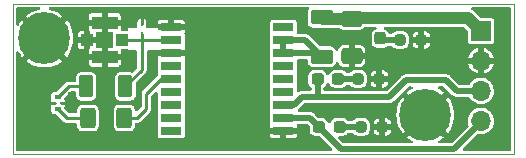
<source format=gbr>
%TF.GenerationSoftware,KiCad,Pcbnew,(6.0.9)*%
%TF.CreationDate,2022-12-24T19:37:36+02:00*%
%TF.ProjectId,GPSBoard,47505342-6f61-4726-942e-6b696361645f,rev?*%
%TF.SameCoordinates,Original*%
%TF.FileFunction,Copper,L1,Top*%
%TF.FilePolarity,Positive*%
%FSLAX46Y46*%
G04 Gerber Fmt 4.6, Leading zero omitted, Abs format (unit mm)*
G04 Created by KiCad (PCBNEW (6.0.9)) date 2022-12-24 19:37:36*
%MOMM*%
%LPD*%
G01*
G04 APERTURE LIST*
G04 Aperture macros list*
%AMRoundRect*
0 Rectangle with rounded corners*
0 $1 Rounding radius*
0 $2 $3 $4 $5 $6 $7 $8 $9 X,Y pos of 4 corners*
0 Add a 4 corners polygon primitive as box body*
4,1,4,$2,$3,$4,$5,$6,$7,$8,$9,$2,$3,0*
0 Add four circle primitives for the rounded corners*
1,1,$1+$1,$2,$3*
1,1,$1+$1,$4,$5*
1,1,$1+$1,$6,$7*
1,1,$1+$1,$8,$9*
0 Add four rect primitives between the rounded corners*
20,1,$1+$1,$2,$3,$4,$5,0*
20,1,$1+$1,$4,$5,$6,$7,0*
20,1,$1+$1,$6,$7,$8,$9,0*
20,1,$1+$1,$8,$9,$2,$3,0*%
G04 Aperture macros list end*
%TA.AperFunction,Profile*%
%ADD10C,0.050000*%
%TD*%
%TA.AperFunction,SMDPad,CuDef*%
%ADD11RoundRect,0.237500X0.237500X-0.287500X0.237500X0.287500X-0.237500X0.287500X-0.237500X-0.287500X0*%
%TD*%
%TA.AperFunction,SMDPad,CuDef*%
%ADD12RoundRect,0.237500X-0.250000X-0.237500X0.250000X-0.237500X0.250000X0.237500X-0.250000X0.237500X0*%
%TD*%
%TA.AperFunction,SMDPad,CuDef*%
%ADD13RoundRect,0.250000X0.362500X0.700000X-0.362500X0.700000X-0.362500X-0.700000X0.362500X-0.700000X0*%
%TD*%
%TA.AperFunction,SMDPad,CuDef*%
%ADD14R,1.000000X1.000000*%
%TD*%
%TA.AperFunction,SMDPad,CuDef*%
%ADD15R,2.200000X1.050000*%
%TD*%
%TA.AperFunction,SMDPad,CuDef*%
%ADD16RoundRect,0.250000X-0.650000X0.412500X-0.650000X-0.412500X0.650000X-0.412500X0.650000X0.412500X0*%
%TD*%
%TA.AperFunction,SMDPad,CuDef*%
%ADD17R,0.250000X0.360000*%
%TD*%
%TA.AperFunction,SMDPad,CuDef*%
%ADD18RoundRect,0.237500X0.287500X0.237500X-0.287500X0.237500X-0.287500X-0.237500X0.287500X-0.237500X0*%
%TD*%
%TA.AperFunction,SMDPad,CuDef*%
%ADD19RoundRect,0.250000X-0.400000X-0.625000X0.400000X-0.625000X0.400000X0.625000X-0.400000X0.625000X0*%
%TD*%
%TA.AperFunction,ComponentPad*%
%ADD20C,2.600000*%
%TD*%
%TA.AperFunction,ConnectorPad*%
%ADD21C,4.400000*%
%TD*%
%TA.AperFunction,SMDPad,CuDef*%
%ADD22R,0.600000X0.300000*%
%TD*%
%TA.AperFunction,SMDPad,CuDef*%
%ADD23R,0.250000X0.190000*%
%TD*%
%TA.AperFunction,SMDPad,CuDef*%
%ADD24RoundRect,0.250000X-0.700000X0.362500X-0.700000X-0.362500X0.700000X-0.362500X0.700000X0.362500X0*%
%TD*%
%TA.AperFunction,ComponentPad*%
%ADD25R,1.700000X1.700000*%
%TD*%
%TA.AperFunction,ComponentPad*%
%ADD26O,1.700000X1.700000*%
%TD*%
%TA.AperFunction,SMDPad,CuDef*%
%ADD27R,1.800000X0.700000*%
%TD*%
%TA.AperFunction,SMDPad,CuDef*%
%ADD28R,1.800000X0.800000*%
%TD*%
%TA.AperFunction,ViaPad*%
%ADD29C,0.600000*%
%TD*%
%TA.AperFunction,ViaPad*%
%ADD30C,1.000000*%
%TD*%
%TA.AperFunction,Conductor*%
%ADD31C,0.250000*%
%TD*%
%TA.AperFunction,Conductor*%
%ADD32C,0.500000*%
%TD*%
%TA.AperFunction,Conductor*%
%ADD33C,0.293370*%
%TD*%
%TA.AperFunction,Conductor*%
%ADD34C,1.000000*%
%TD*%
G04 APERTURE END LIST*
D10*
X70739000Y-62230000D02*
X113157000Y-62230000D01*
X113157000Y-62230000D02*
X113157000Y-74930000D01*
X113157000Y-74930000D02*
X70739000Y-74930000D01*
X70739000Y-74930000D02*
X70739000Y-62230000D01*
D11*
%TO.P,D4,1,K*%
%TO.N,Net-(D4-Pad1)*%
X101854000Y-65151000D03*
%TO.P,D4,2,A*%
%TO.N,VCC*%
X101854000Y-63401000D03*
%TD*%
D12*
%TO.P,R3,1*%
%TO.N,Net-(D3-Pad1)*%
X100203000Y-72644000D03*
%TO.P,R3,2*%
%TO.N,GND*%
X102028000Y-72644000D03*
%TD*%
D13*
%TO.P,L2,1,1*%
%TO.N,Net-(D1-Pad2)*%
X80264000Y-69215000D03*
%TO.P,L2,2,2*%
%TO.N,Net-(FL1-Pad1)*%
X76939000Y-69215000D03*
%TD*%
D14*
%TO.P,J2,1,In*%
%TO.N,Net-(D1-Pad2)*%
X80010000Y-65278000D03*
D15*
%TO.P,J2,2,Ext*%
%TO.N,GND*%
X78510000Y-66753000D03*
D14*
X77010000Y-65278000D03*
D15*
X78510000Y-63803000D03*
%TD*%
D16*
%TO.P,C1,1*%
%TO.N,VCC*%
X99441000Y-63500000D03*
%TO.P,C1,2*%
%TO.N,GND*%
X99441000Y-66625000D03*
%TD*%
D17*
%TO.P,D1,1,A1*%
%TO.N,GND*%
X81661000Y-63930000D03*
%TO.P,D1,2,A2*%
%TO.N,Net-(D1-Pad2)*%
X81661000Y-64770000D03*
%TD*%
D12*
%TO.P,R2,1*%
%TO.N,Net-(D2-Pad1)*%
X99949000Y-68580000D03*
%TO.P,R2,2*%
%TO.N,GND*%
X101774000Y-68580000D03*
%TD*%
D18*
%TO.P,D2,1,K*%
%TO.N,Net-(D2-Pad1)*%
X98284000Y-68580000D03*
%TO.P,D2,2,A*%
%TO.N,RX_GPS*%
X96534000Y-68580000D03*
%TD*%
D19*
%TO.P,R1,1*%
%TO.N,Net-(FL1-Pad3)*%
X77089000Y-71882000D03*
%TO.P,R1,2*%
%TO.N,Net-(IC1-Pad14)*%
X80189000Y-71882000D03*
%TD*%
D20*
%TO.P,H2,1,1*%
%TO.N,GND*%
X105664000Y-71628000D03*
D21*
X105664000Y-71628000D03*
%TD*%
D18*
%TO.P,D3,1,K*%
%TO.N,Net-(D3-Pad1)*%
X98397000Y-72644000D03*
%TO.P,D3,2,A*%
%TO.N,TX_GPS*%
X96647000Y-72644000D03*
%TD*%
D22*
%TO.P,FL1,1,IN/OUT*%
%TO.N,Net-(FL1-Pad1)*%
X74549000Y-70120000D03*
D23*
%TO.P,FL1,2,GND_1*%
%TO.N,GND*%
X74299000Y-70620000D03*
D22*
%TO.P,FL1,3,OUT/IN*%
%TO.N,Net-(FL1-Pad3)*%
X74549000Y-71120000D03*
D23*
%TO.P,FL1,4,GND_2*%
%TO.N,GND*%
X74799000Y-70620000D03*
%TD*%
D21*
%TO.P,H1,1,1*%
%TO.N,GND*%
X73406000Y-65151000D03*
D20*
X73406000Y-65151000D03*
%TD*%
D12*
%TO.P,R4,1*%
%TO.N,Net-(D4-Pad1)*%
X103505000Y-65278000D03*
%TO.P,R4,2*%
%TO.N,GND*%
X105330000Y-65278000D03*
%TD*%
D24*
%TO.P,L1,1,1*%
%TO.N,VCC*%
X96901000Y-63373000D03*
%TO.P,L1,2,2*%
%TO.N,+3V3*%
X96901000Y-66698000D03*
%TD*%
D25*
%TO.P,J1,1,Pin_1*%
%TO.N,VCC*%
X110363000Y-64516000D03*
D26*
%TO.P,J1,2,Pin_2*%
%TO.N,GND*%
X110363000Y-67056000D03*
%TO.P,J1,3,Pin_3*%
%TO.N,RX_GPS*%
X110363000Y-69596000D03*
%TO.P,J1,4,Pin_4*%
%TO.N,TX_GPS*%
X110363000Y-72136000D03*
%TD*%
D27*
%TO.P,IC1,1,GND_1*%
%TO.N,GND*%
X93650000Y-72980000D03*
D28*
%TO.P,IC1,2,TXD*%
%TO.N,TX_GPS*%
X93650000Y-71880000D03*
%TO.P,IC1,3,RXD*%
%TO.N,RX_GPS*%
X93650000Y-70780000D03*
%TO.P,IC1,4,TIMEPULSE*%
%TO.N,unconnected-(IC1-Pad4)*%
X93650000Y-69680000D03*
%TO.P,IC1,5,EXTINT*%
%TO.N,unconnected-(IC1-Pad5)*%
X93650000Y-68580000D03*
%TO.P,IC1,6,V_BCKP*%
%TO.N,unconnected-(IC1-Pad6)*%
X93650000Y-67480000D03*
%TO.P,IC1,7,V_IO*%
%TO.N,+3V3*%
X93650000Y-66380000D03*
%TO.P,IC1,8,VCC*%
X93650000Y-65280000D03*
D27*
%TO.P,IC1,9,RESET_N*%
%TO.N,unconnected-(IC1-Pad9)*%
X93650000Y-64180000D03*
%TO.P,IC1,10,GND_2*%
%TO.N,GND*%
X84150000Y-64180000D03*
D28*
%TO.P,IC1,11,RF_IN*%
%TO.N,Net-(D1-Pad2)*%
X84150000Y-65280000D03*
%TO.P,IC1,12,GND_3*%
%TO.N,GND*%
X84150000Y-66380000D03*
%TO.P,IC1,13,LNA_EN*%
%TO.N,unconnected-(IC1-Pad13)*%
X84150000Y-67480000D03*
%TO.P,IC1,14,VCC_RF*%
%TO.N,Net-(IC1-Pad14)*%
X84150000Y-68580000D03*
%TO.P,IC1,15,RESERVED*%
%TO.N,unconnected-(IC1-Pad15)*%
X84150000Y-69680000D03*
%TO.P,IC1,16,SDA*%
%TO.N,unconnected-(IC1-Pad16)*%
X84150000Y-70780000D03*
%TO.P,IC1,17,SCL*%
%TO.N,unconnected-(IC1-Pad17)*%
X84150000Y-71880000D03*
D27*
%TO.P,IC1,18,SAFEBOOT_N*%
%TO.N,unconnected-(IC1-Pad18)*%
X84150000Y-72980000D03*
%TD*%
D29*
%TO.N,GND*%
X77597000Y-62738000D03*
X75057000Y-72644000D03*
X90170000Y-66929000D03*
X89535000Y-63119000D03*
X83820000Y-63119000D03*
X78994000Y-69215000D03*
D30*
X71628000Y-72771000D03*
D29*
X80772000Y-73406000D03*
X86360000Y-72644000D03*
X85725000Y-71374000D03*
X88773000Y-73914000D03*
X92202000Y-64389000D03*
X92202000Y-66929000D03*
X85725000Y-65024000D03*
X85090000Y-63119000D03*
X78613000Y-67945000D03*
X90805000Y-64389000D03*
X89027000Y-67564000D03*
X85725000Y-66929000D03*
X88900000Y-63119000D03*
X92202000Y-73279000D03*
X88519000Y-70739000D03*
D30*
X75565000Y-62992000D03*
D29*
X80772000Y-67437000D03*
X90170000Y-72644000D03*
X91567000Y-68199000D03*
X76327000Y-67691000D03*
D30*
X110744000Y-74168000D03*
D29*
X85725000Y-66294000D03*
X86360000Y-70739000D03*
X82296000Y-73914000D03*
X92075000Y-63119000D03*
X76327000Y-64135000D03*
X79121000Y-62738000D03*
X89027000Y-68834000D03*
X92202000Y-67564000D03*
X89535000Y-66929000D03*
X85725000Y-68834000D03*
X91567000Y-72644000D03*
X78867000Y-65659000D03*
X92202000Y-72009000D03*
X89535000Y-68199000D03*
X84963000Y-73914000D03*
X88519000Y-72644000D03*
X85725000Y-69469000D03*
X89027000Y-63754000D03*
X83693000Y-73914000D03*
X73660000Y-71247000D03*
X90805000Y-68199000D03*
X92202000Y-69469000D03*
X87884000Y-72009000D03*
X88265000Y-63119000D03*
X87884000Y-65024000D03*
X92202000Y-71374000D03*
X86741000Y-71374000D03*
X75692000Y-69977000D03*
X87249000Y-64389000D03*
X81788000Y-72517000D03*
X79502000Y-73406000D03*
X88519000Y-68199000D03*
X86741000Y-68834000D03*
X92202000Y-70739000D03*
X90170000Y-65659000D03*
X79248000Y-70485000D03*
X87884000Y-63754000D03*
X78359000Y-72644000D03*
X77089000Y-67691000D03*
X95250000Y-68326000D03*
X91186000Y-66294000D03*
X90805000Y-69469000D03*
X90043000Y-73914000D03*
X86360000Y-68199000D03*
X88519000Y-72009000D03*
X82296000Y-72136000D03*
X77978000Y-67945000D03*
X88519000Y-65659000D03*
X95123000Y-73914000D03*
X86360000Y-69469000D03*
X86741000Y-70104000D03*
X85598000Y-73914000D03*
X86741000Y-63754000D03*
X93345000Y-63119000D03*
X76073000Y-66167000D03*
X87884000Y-66294000D03*
X90170000Y-70104000D03*
X86360000Y-65659000D03*
X75692000Y-72771000D03*
X76835000Y-73406000D03*
X88519000Y-64389000D03*
X95504000Y-72771000D03*
X88519000Y-73279000D03*
X87884000Y-71374000D03*
D30*
X71628000Y-67691000D03*
D29*
X76581000Y-63500000D03*
D30*
X108839000Y-68199000D03*
D29*
X92202000Y-65659000D03*
X92202000Y-63754000D03*
X91567000Y-64389000D03*
X87884000Y-69469000D03*
X87249000Y-72644000D03*
X78232000Y-69850000D03*
X81661000Y-62992000D03*
X84328000Y-73914000D03*
X95758000Y-70993000D03*
X76200000Y-73406000D03*
X95250000Y-63119000D03*
X85725000Y-64389000D03*
X91186000Y-63754000D03*
X86741000Y-65024000D03*
X90170000Y-71374000D03*
X92710000Y-63119000D03*
X81915000Y-68707000D03*
X75557000Y-70620000D03*
X85725000Y-70739000D03*
X90170000Y-69469000D03*
X91186000Y-71374000D03*
X78994000Y-69850000D03*
X87884000Y-70104000D03*
X86868000Y-73914000D03*
X78867000Y-72263000D03*
X78867000Y-73025000D03*
X87884000Y-68199000D03*
X90170000Y-72009000D03*
D30*
X105410000Y-67183000D03*
X108712000Y-70993000D03*
D29*
X91186000Y-70104000D03*
X86360000Y-66929000D03*
X78867000Y-64897000D03*
X76708000Y-67183000D03*
X89408000Y-73914000D03*
X95250000Y-69215000D03*
X92202000Y-65024000D03*
X89535000Y-72644000D03*
X76073000Y-65278000D03*
X90805000Y-66929000D03*
X89535000Y-65659000D03*
D30*
X106934000Y-65024000D03*
D29*
X87249000Y-69469000D03*
X87884000Y-72644000D03*
X95250000Y-64389000D03*
X89027000Y-65024000D03*
X83185000Y-63119000D03*
X90170000Y-64389000D03*
X89535000Y-73279000D03*
X91186000Y-68834000D03*
X95250000Y-63754000D03*
X90170000Y-67564000D03*
X91567000Y-73279000D03*
X82423000Y-63119000D03*
X85725000Y-72644000D03*
X85725000Y-68199000D03*
X87249000Y-65659000D03*
X75819000Y-68072000D03*
X77978000Y-70485000D03*
X80772000Y-63881000D03*
X78232000Y-69215000D03*
X87884000Y-68834000D03*
X87249000Y-70739000D03*
X80137000Y-62865000D03*
X82550000Y-66675000D03*
X87249000Y-73279000D03*
X95123000Y-73279000D03*
X90170000Y-63754000D03*
D30*
X103251000Y-73533000D03*
D29*
X80264000Y-63500000D03*
X76708000Y-66421000D03*
D30*
X71628000Y-74041000D03*
D29*
X74549000Y-72263000D03*
X89027000Y-71374000D03*
X90170000Y-68834000D03*
X87884000Y-65659000D03*
X90170000Y-63119000D03*
X87503000Y-73914000D03*
X82550000Y-63881000D03*
X78359000Y-71882000D03*
X88519000Y-66929000D03*
X93980000Y-63119000D03*
X86360000Y-64389000D03*
X92202000Y-70104000D03*
X89535000Y-69469000D03*
X89535000Y-64389000D03*
D30*
X74168000Y-74041000D03*
D29*
X87249000Y-66929000D03*
X85725000Y-70104000D03*
X85725000Y-73279000D03*
X88138000Y-73914000D03*
D30*
X103632000Y-67183000D03*
D29*
X77470000Y-73406000D03*
X86360000Y-72009000D03*
X87884000Y-70739000D03*
X89027000Y-70104000D03*
X92583000Y-73914000D03*
X90805000Y-65659000D03*
X90678000Y-73914000D03*
X74676000Y-68961000D03*
X91567000Y-65659000D03*
X78867000Y-71501000D03*
X78105000Y-65659000D03*
X86995000Y-63119000D03*
X76835000Y-62865000D03*
X82550000Y-67437000D03*
X86233000Y-73914000D03*
D30*
X108585000Y-65024000D03*
X72771000Y-68072000D03*
D29*
X85725000Y-72009000D03*
X78105000Y-64897000D03*
X90170000Y-68199000D03*
X86741000Y-66294000D03*
X89535000Y-72009000D03*
X81280000Y-70612000D03*
X91313000Y-73914000D03*
D30*
X106934000Y-66548000D03*
D29*
X82677000Y-71628000D03*
X88519000Y-69469000D03*
X86741000Y-67564000D03*
X92202000Y-68199000D03*
D30*
X71628000Y-68834000D03*
D29*
X73660000Y-69850000D03*
X91186000Y-67564000D03*
X93853000Y-73914000D03*
X78359000Y-71120000D03*
X80645000Y-66675000D03*
X91186000Y-65024000D03*
X78613000Y-70485000D03*
X73541000Y-70620000D03*
X87884000Y-73279000D03*
X75184000Y-68453000D03*
X94488000Y-73914000D03*
X86360000Y-73279000D03*
X82677000Y-73279000D03*
X90170000Y-73279000D03*
X95250000Y-67310000D03*
X81534000Y-73660000D03*
X82550000Y-68199000D03*
X92202000Y-72644000D03*
X80137000Y-73406000D03*
X91948000Y-73914000D03*
X90805000Y-63119000D03*
X87884000Y-66929000D03*
X90170000Y-65024000D03*
D30*
X72898000Y-72771000D03*
D29*
X85725000Y-67564000D03*
X89535000Y-70739000D03*
X92202000Y-66294000D03*
X90170000Y-66294000D03*
X85725000Y-65659000D03*
D30*
X108585000Y-66548000D03*
D29*
X78232000Y-68580000D03*
X82042000Y-73152000D03*
X91567000Y-70739000D03*
X92202000Y-68834000D03*
X82677000Y-72644000D03*
X90805000Y-73279000D03*
X85725000Y-63119000D03*
X81534000Y-69215000D03*
X91567000Y-69469000D03*
X80010000Y-67691000D03*
X89027000Y-66294000D03*
X87249000Y-72009000D03*
X78359000Y-62738000D03*
X85725000Y-63754000D03*
D30*
X100330000Y-71247000D03*
X99441000Y-65024000D03*
D29*
X94615000Y-63119000D03*
X80899000Y-63119000D03*
X93218000Y-73914000D03*
X90805000Y-70739000D03*
X84455000Y-63119000D03*
X81280000Y-73025000D03*
X79248000Y-67945000D03*
X78105000Y-73406000D03*
X83058000Y-73914000D03*
X91440000Y-63119000D03*
X91567000Y-66929000D03*
D30*
X72898000Y-74041000D03*
D29*
X86360000Y-63119000D03*
X87884000Y-67564000D03*
D30*
X96901000Y-71247000D03*
X75438000Y-74041000D03*
D29*
X90805000Y-72009000D03*
X87884000Y-64389000D03*
X74041000Y-71882000D03*
X90805000Y-72644000D03*
X90170000Y-70739000D03*
X74168000Y-69342000D03*
X87249000Y-68199000D03*
X91567000Y-72009000D03*
D30*
X96393000Y-74168000D03*
D29*
X87630000Y-63119000D03*
X78994000Y-68580000D03*
%TD*%
D31*
%TO.N,GND*%
X81661000Y-63930000D02*
X81661000Y-62992000D01*
X74799000Y-70620000D02*
X75557000Y-70620000D01*
X74299000Y-70620000D02*
X73541000Y-70620000D01*
D32*
%TO.N,TX_GPS*%
X110363000Y-72136000D02*
X110363000Y-72263000D01*
X110363000Y-72263000D02*
X108077000Y-74549000D01*
X108077000Y-74549000D02*
X98552000Y-74549000D01*
X98552000Y-74549000D02*
X96647000Y-72644000D01*
X96647000Y-72644000D02*
X95883000Y-71880000D01*
X95883000Y-71880000D02*
X93650000Y-71880000D01*
%TO.N,RX_GPS*%
X96534000Y-68580000D02*
X96534000Y-69991000D01*
X108331000Y-69596000D02*
X107442000Y-68707000D01*
X96534000Y-69991000D02*
X96647000Y-70104000D01*
X95250000Y-70104000D02*
X94574000Y-70780000D01*
X110363000Y-69596000D02*
X108331000Y-69596000D01*
X107442000Y-68707000D02*
X104013000Y-68707000D01*
X94574000Y-70780000D02*
X93650000Y-70780000D01*
X104013000Y-68707000D02*
X102616000Y-70104000D01*
X96647000Y-70104000D02*
X95250000Y-70104000D01*
X102616000Y-70104000D02*
X96647000Y-70104000D01*
D33*
%TO.N,Net-(D1-Pad2)*%
X81661000Y-64770000D02*
X81661000Y-65151000D01*
X84148000Y-65278000D02*
X84150000Y-65280000D01*
X81788000Y-65278000D02*
X84148000Y-65278000D01*
X80010000Y-65278000D02*
X81788000Y-65278000D01*
X81661000Y-67818000D02*
X81661000Y-65151000D01*
X81661000Y-65151000D02*
X81788000Y-65278000D01*
X80264000Y-69215000D02*
X81661000Y-67818000D01*
D32*
%TO.N,+3V3*%
X96583000Y-66380000D02*
X93650000Y-66380000D01*
X95483000Y-65280000D02*
X96901000Y-66698000D01*
X96901000Y-66698000D02*
X96583000Y-66380000D01*
X93650000Y-65280000D02*
X95483000Y-65280000D01*
X93650000Y-66380000D02*
X93650000Y-65280000D01*
D33*
%TO.N,Net-(IC1-Pad14)*%
X80189000Y-71882000D02*
X81280000Y-71882000D01*
X82042000Y-71120000D02*
X82042000Y-69850000D01*
X81280000Y-71882000D02*
X82042000Y-71120000D01*
X82042000Y-69850000D02*
X83312000Y-68580000D01*
X83312000Y-68580000D02*
X84150000Y-68580000D01*
D34*
%TO.N,VCC*%
X99540000Y-63401000D02*
X99441000Y-63500000D01*
X97028000Y-63500000D02*
X96901000Y-63373000D01*
X109248000Y-63401000D02*
X101854000Y-63401000D01*
X101854000Y-63401000D02*
X99540000Y-63401000D01*
X99441000Y-63500000D02*
X97028000Y-63500000D01*
X110363000Y-64516000D02*
X109248000Y-63401000D01*
D32*
%TO.N,Net-(D2-Pad1)*%
X98284000Y-68580000D02*
X99949000Y-68580000D01*
%TO.N,Net-(D3-Pad1)*%
X98425000Y-72644000D02*
X98552000Y-72771000D01*
X98397000Y-72644000D02*
X98425000Y-72644000D01*
X98397000Y-72644000D02*
X100203000Y-72644000D01*
%TO.N,Net-(D4-Pad1)*%
X101981000Y-65278000D02*
X101854000Y-65151000D01*
X103505000Y-65278000D02*
X101981000Y-65278000D01*
D33*
%TO.N,Net-(FL1-Pad3)*%
X75311000Y-71882000D02*
X74549000Y-71120000D01*
X77089000Y-71882000D02*
X75311000Y-71882000D01*
%TO.N,Net-(FL1-Pad1)*%
X76939000Y-69215000D02*
X75454000Y-69215000D01*
X75454000Y-69215000D02*
X74549000Y-70120000D01*
%TD*%
%TA.AperFunction,Conductor*%
%TO.N,GND*%
G36*
X72999130Y-62504502D02*
G01*
X73045623Y-62558158D01*
X73055727Y-62628432D01*
X73026233Y-62693012D01*
X72966507Y-62731396D01*
X72953026Y-62734208D01*
X72953075Y-62734463D01*
X72941418Y-62736687D01*
X72650015Y-62811506D01*
X72642490Y-62813951D01*
X72362745Y-62924710D01*
X72355610Y-62928067D01*
X72091953Y-63073014D01*
X72085273Y-63077254D01*
X71871837Y-63232324D01*
X71863414Y-63243248D01*
X71870317Y-63256107D01*
X73393188Y-64778978D01*
X73407132Y-64786592D01*
X73408965Y-64786461D01*
X73415580Y-64782210D01*
X74666905Y-63530885D01*
X77156000Y-63530885D01*
X77160475Y-63546124D01*
X77161865Y-63547329D01*
X77169548Y-63549000D01*
X78237885Y-63549000D01*
X78253124Y-63544525D01*
X78254329Y-63543135D01*
X78256000Y-63535452D01*
X78256000Y-63530885D01*
X78764000Y-63530885D01*
X78768475Y-63546124D01*
X78769865Y-63547329D01*
X78777548Y-63549000D01*
X79845884Y-63549000D01*
X79861123Y-63544525D01*
X79862328Y-63543135D01*
X79863999Y-63535452D01*
X79863999Y-63259172D01*
X79862791Y-63246912D01*
X79851685Y-63191069D01*
X79842367Y-63168573D01*
X79800017Y-63105192D01*
X79782808Y-63087983D01*
X79719425Y-63045632D01*
X79696934Y-63036316D01*
X79641085Y-63025207D01*
X79628830Y-63024000D01*
X78782115Y-63024000D01*
X78766876Y-63028475D01*
X78765671Y-63029865D01*
X78764000Y-63037548D01*
X78764000Y-63530885D01*
X78256000Y-63530885D01*
X78256000Y-63042116D01*
X78251525Y-63026877D01*
X78250135Y-63025672D01*
X78242452Y-63024001D01*
X77391172Y-63024001D01*
X77378912Y-63025209D01*
X77323069Y-63036315D01*
X77300573Y-63045633D01*
X77237192Y-63087983D01*
X77219983Y-63105192D01*
X77177632Y-63168575D01*
X77168316Y-63191066D01*
X77157207Y-63246915D01*
X77156000Y-63259170D01*
X77156000Y-63530885D01*
X74666905Y-63530885D01*
X74942006Y-63255784D01*
X74948619Y-63243673D01*
X74939792Y-63232055D01*
X74726727Y-63077254D01*
X74720047Y-63073014D01*
X74456390Y-62928067D01*
X74449255Y-62924710D01*
X74169510Y-62813951D01*
X74161985Y-62811506D01*
X73870582Y-62736687D01*
X73858925Y-62734463D01*
X73859223Y-62732899D01*
X73800126Y-62707127D01*
X73760722Y-62648069D01*
X73759503Y-62577083D01*
X73796856Y-62516706D01*
X73860921Y-62486109D01*
X73880991Y-62484500D01*
X95712813Y-62484500D01*
X95780934Y-62504502D01*
X95827427Y-62558158D01*
X95837531Y-62628432D01*
X95813639Y-62686065D01*
X95802335Y-62701147D01*
X95759311Y-62758554D01*
X95759309Y-62758557D01*
X95753929Y-62765736D01*
X95703202Y-62901052D01*
X95696500Y-62962744D01*
X95696500Y-63783256D01*
X95703202Y-63844948D01*
X95753929Y-63980264D01*
X95759309Y-63987443D01*
X95759311Y-63987446D01*
X95813595Y-64059876D01*
X95840596Y-64095904D01*
X95847776Y-64101285D01*
X95949054Y-64177189D01*
X95949057Y-64177191D01*
X95956236Y-64182571D01*
X96045954Y-64216204D01*
X96084157Y-64230526D01*
X96084159Y-64230526D01*
X96091552Y-64233298D01*
X96099402Y-64234151D01*
X96099403Y-64234151D01*
X96149847Y-64239631D01*
X96153244Y-64240000D01*
X96862476Y-64240000D01*
X96892424Y-64243611D01*
X96934108Y-64253811D01*
X96939710Y-64254159D01*
X96939713Y-64254159D01*
X96945214Y-64254500D01*
X96945212Y-64254534D01*
X96949271Y-64254777D01*
X96953305Y-64255137D01*
X96960473Y-64256628D01*
X96967790Y-64256430D01*
X97037415Y-64254546D01*
X97040823Y-64254500D01*
X98364064Y-64254500D01*
X98432185Y-64274502D01*
X98439629Y-64279674D01*
X98539054Y-64354189D01*
X98539057Y-64354191D01*
X98546236Y-64359571D01*
X98635954Y-64393204D01*
X98674157Y-64407526D01*
X98674159Y-64407526D01*
X98681552Y-64410298D01*
X98689402Y-64411151D01*
X98689403Y-64411151D01*
X98724217Y-64414933D01*
X98743244Y-64417000D01*
X100138756Y-64417000D01*
X100157783Y-64414933D01*
X100192597Y-64411151D01*
X100192598Y-64411151D01*
X100200448Y-64410298D01*
X100207841Y-64407526D01*
X100207843Y-64407526D01*
X100246046Y-64393204D01*
X100335764Y-64359571D01*
X100342943Y-64354191D01*
X100342946Y-64354189D01*
X100444224Y-64278285D01*
X100451404Y-64272904D01*
X100501596Y-64205933D01*
X100558453Y-64163420D01*
X100602420Y-64155500D01*
X101408327Y-64155500D01*
X101476448Y-64175502D01*
X101522941Y-64229158D01*
X101533045Y-64299432D01*
X101503551Y-64364012D01*
X101452557Y-64399482D01*
X101386205Y-64424356D01*
X101386202Y-64424357D01*
X101377801Y-64427507D01*
X101265026Y-64512026D01*
X101180507Y-64624801D01*
X101177357Y-64633202D01*
X101177356Y-64633205D01*
X101166613Y-64661863D01*
X101131036Y-64756764D01*
X101124500Y-64816930D01*
X101124500Y-65485070D01*
X101131036Y-65545236D01*
X101180507Y-65677199D01*
X101265026Y-65789974D01*
X101377801Y-65874493D01*
X101386202Y-65877643D01*
X101386205Y-65877644D01*
X101446755Y-65900343D01*
X101509764Y-65923964D01*
X101569930Y-65930500D01*
X102138070Y-65930500D01*
X102198236Y-65923964D01*
X102261245Y-65900343D01*
X102321795Y-65877644D01*
X102321798Y-65877643D01*
X102330199Y-65874493D01*
X102419358Y-65807673D01*
X102485864Y-65782826D01*
X102494922Y-65782500D01*
X102777189Y-65782500D01*
X102845310Y-65802502D01*
X102878015Y-65832935D01*
X102888610Y-65847072D01*
X102903526Y-65866974D01*
X103016301Y-65951493D01*
X103024702Y-65954643D01*
X103024705Y-65954644D01*
X103080798Y-65975672D01*
X103148264Y-66000964D01*
X103208430Y-66007500D01*
X103801570Y-66007500D01*
X103861736Y-66000964D01*
X103929202Y-65975672D01*
X103985295Y-65954644D01*
X103985298Y-65954643D01*
X103993699Y-65951493D01*
X104106474Y-65866974D01*
X104190993Y-65754199D01*
X104194235Y-65745553D01*
X104237690Y-65629635D01*
X104240464Y-65622236D01*
X104247000Y-65562070D01*
X104247000Y-65558605D01*
X104588501Y-65558605D01*
X104588871Y-65565426D01*
X104594176Y-65614273D01*
X104597802Y-65629524D01*
X104641299Y-65745553D01*
X104649833Y-65761139D01*
X104723502Y-65859437D01*
X104736063Y-65871998D01*
X104834361Y-65945667D01*
X104849947Y-65954201D01*
X104965973Y-65997697D01*
X104981229Y-66001325D01*
X105030076Y-66006631D01*
X105036893Y-66007000D01*
X105057885Y-66007000D01*
X105073124Y-66002525D01*
X105074329Y-66001135D01*
X105076000Y-65993452D01*
X105076000Y-65988884D01*
X105584000Y-65988884D01*
X105588475Y-66004123D01*
X105589865Y-66005328D01*
X105597548Y-66006999D01*
X105623105Y-66006999D01*
X105629926Y-66006629D01*
X105678773Y-66001324D01*
X105694024Y-65997698D01*
X105810053Y-65954201D01*
X105825639Y-65945667D01*
X105923937Y-65871998D01*
X105936498Y-65859437D01*
X106010167Y-65761139D01*
X106018701Y-65745553D01*
X106062197Y-65629527D01*
X106065825Y-65614271D01*
X106071131Y-65565424D01*
X106071500Y-65558607D01*
X106071500Y-65550115D01*
X106067025Y-65534876D01*
X106065635Y-65533671D01*
X106057952Y-65532000D01*
X105602115Y-65532000D01*
X105586876Y-65536475D01*
X105585671Y-65537865D01*
X105584000Y-65545548D01*
X105584000Y-65988884D01*
X105076000Y-65988884D01*
X105076000Y-65550115D01*
X105071525Y-65534876D01*
X105070135Y-65533671D01*
X105062452Y-65532000D01*
X104606616Y-65532000D01*
X104591377Y-65536475D01*
X104590172Y-65537865D01*
X104588501Y-65545548D01*
X104588501Y-65558605D01*
X104247000Y-65558605D01*
X104247000Y-65005885D01*
X104588500Y-65005885D01*
X104592975Y-65021124D01*
X104594365Y-65022329D01*
X104602048Y-65024000D01*
X105057885Y-65024000D01*
X105073124Y-65019525D01*
X105074329Y-65018135D01*
X105076000Y-65010452D01*
X105076000Y-65005885D01*
X105584000Y-65005885D01*
X105588475Y-65021124D01*
X105589865Y-65022329D01*
X105597548Y-65024000D01*
X106053384Y-65024000D01*
X106068623Y-65019525D01*
X106069828Y-65018135D01*
X106071499Y-65010452D01*
X106071499Y-64997395D01*
X106071129Y-64990574D01*
X106065824Y-64941727D01*
X106062198Y-64926476D01*
X106018701Y-64810447D01*
X106010167Y-64794861D01*
X105936498Y-64696563D01*
X105923937Y-64684002D01*
X105825639Y-64610333D01*
X105810053Y-64601799D01*
X105694027Y-64558303D01*
X105678771Y-64554675D01*
X105629924Y-64549369D01*
X105623107Y-64549000D01*
X105602115Y-64549000D01*
X105586876Y-64553475D01*
X105585671Y-64554865D01*
X105584000Y-64562548D01*
X105584000Y-65005885D01*
X105076000Y-65005885D01*
X105076000Y-64567116D01*
X105071525Y-64551877D01*
X105070135Y-64550672D01*
X105062452Y-64549001D01*
X105036895Y-64549001D01*
X105030074Y-64549371D01*
X104981227Y-64554676D01*
X104965976Y-64558302D01*
X104849947Y-64601799D01*
X104834361Y-64610333D01*
X104736063Y-64684002D01*
X104723502Y-64696563D01*
X104649833Y-64794861D01*
X104641299Y-64810447D01*
X104597803Y-64926473D01*
X104594175Y-64941729D01*
X104588869Y-64990576D01*
X104588500Y-64997393D01*
X104588500Y-65005885D01*
X104247000Y-65005885D01*
X104247000Y-64993930D01*
X104240464Y-64933764D01*
X104213231Y-64861120D01*
X104194144Y-64810205D01*
X104194143Y-64810202D01*
X104190993Y-64801801D01*
X104106474Y-64689026D01*
X103993699Y-64604507D01*
X103985298Y-64601357D01*
X103985295Y-64601356D01*
X103893959Y-64567116D01*
X103861736Y-64555036D01*
X103805068Y-64548880D01*
X103804967Y-64548869D01*
X103801570Y-64548500D01*
X103208430Y-64548500D01*
X103205033Y-64548869D01*
X103204932Y-64548880D01*
X103148264Y-64555036D01*
X103116041Y-64567116D01*
X103024705Y-64601356D01*
X103024702Y-64601357D01*
X103016301Y-64604507D01*
X102903526Y-64689026D01*
X102898145Y-64696206D01*
X102898144Y-64696207D01*
X102878015Y-64723065D01*
X102821156Y-64765580D01*
X102777189Y-64773500D01*
X102670566Y-64773500D01*
X102602445Y-64753498D01*
X102555952Y-64699842D01*
X102552584Y-64691730D01*
X102530644Y-64633205D01*
X102530643Y-64633202D01*
X102527493Y-64624801D01*
X102442974Y-64512026D01*
X102330199Y-64427507D01*
X102321798Y-64424357D01*
X102321795Y-64424356D01*
X102255443Y-64399482D01*
X102198679Y-64356840D01*
X102173979Y-64290279D01*
X102189187Y-64220930D01*
X102239473Y-64170812D01*
X102299673Y-64155500D01*
X108883285Y-64155500D01*
X108951406Y-64175502D01*
X108972380Y-64192405D01*
X109221595Y-64441620D01*
X109255621Y-64503932D01*
X109258500Y-64530715D01*
X109258501Y-64963250D01*
X109258501Y-65391066D01*
X109273266Y-65465301D01*
X109329516Y-65549484D01*
X109413699Y-65605734D01*
X109487933Y-65620500D01*
X110362858Y-65620500D01*
X111238066Y-65620499D01*
X111273818Y-65613388D01*
X111300126Y-65608156D01*
X111300128Y-65608155D01*
X111312301Y-65605734D01*
X111322621Y-65598839D01*
X111322622Y-65598838D01*
X111386168Y-65556377D01*
X111396484Y-65549484D01*
X111452734Y-65465301D01*
X111467500Y-65391067D01*
X111467499Y-63640934D01*
X111458887Y-63597633D01*
X111455156Y-63578874D01*
X111455155Y-63578872D01*
X111452734Y-63566699D01*
X111439792Y-63547329D01*
X111403377Y-63492832D01*
X111396484Y-63482516D01*
X111312301Y-63426266D01*
X111238067Y-63411500D01*
X111141353Y-63411500D01*
X110377715Y-63411501D01*
X110309594Y-63391499D01*
X110288620Y-63374596D01*
X109828723Y-62914699D01*
X109816335Y-62900285D01*
X109811458Y-62893657D01*
X109803563Y-62882929D01*
X109763521Y-62848911D01*
X109756005Y-62841981D01*
X109750362Y-62836338D01*
X109728202Y-62818806D01*
X109724816Y-62816030D01*
X109675058Y-62773757D01*
X109675059Y-62773757D01*
X109669480Y-62769018D01*
X109662960Y-62765689D01*
X109657982Y-62762369D01*
X109652909Y-62759236D01*
X109647167Y-62754693D01*
X109603337Y-62734208D01*
X109582883Y-62724648D01*
X109529639Y-62677684D01*
X109510238Y-62609390D01*
X109530840Y-62541448D01*
X109584903Y-62495430D01*
X109636233Y-62484500D01*
X112776500Y-62484500D01*
X112844621Y-62504502D01*
X112891114Y-62558158D01*
X112902500Y-62610500D01*
X112902500Y-74549500D01*
X112882498Y-74617621D01*
X112828842Y-74664114D01*
X112776500Y-74675500D01*
X108968161Y-74675500D01*
X108900040Y-74655498D01*
X108853547Y-74601842D01*
X108843443Y-74531568D01*
X108872937Y-74466988D01*
X108879066Y-74460405D01*
X110075722Y-73263749D01*
X110138034Y-73229723D01*
X110192623Y-73229951D01*
X110218216Y-73235742D01*
X110223990Y-73235969D01*
X110223991Y-73235969D01*
X110247076Y-73236876D01*
X110421053Y-73243712D01*
X110521499Y-73229148D01*
X110616231Y-73215413D01*
X110616236Y-73215412D01*
X110621945Y-73214584D01*
X110627409Y-73212729D01*
X110627414Y-73212728D01*
X110808693Y-73151192D01*
X110808698Y-73151190D01*
X110814165Y-73149334D01*
X110991276Y-73050147D01*
X111038188Y-73011131D01*
X111142165Y-72924653D01*
X111147345Y-72920345D01*
X111171172Y-72891696D01*
X111273453Y-72768718D01*
X111273455Y-72768715D01*
X111277147Y-72764276D01*
X111352255Y-72630161D01*
X111373510Y-72592208D01*
X111373511Y-72592206D01*
X111376334Y-72587165D01*
X111378190Y-72581698D01*
X111378192Y-72581693D01*
X111439728Y-72400414D01*
X111439729Y-72400409D01*
X111441584Y-72394945D01*
X111442412Y-72389236D01*
X111442413Y-72389231D01*
X111470179Y-72197727D01*
X111470712Y-72194053D01*
X111472232Y-72136000D01*
X111460797Y-72011551D01*
X111454187Y-71939613D01*
X111454186Y-71939610D01*
X111453658Y-71933859D01*
X111398557Y-71738487D01*
X111387978Y-71717033D01*
X111311331Y-71561609D01*
X111308776Y-71556428D01*
X111299871Y-71544502D01*
X111236725Y-71459940D01*
X111187320Y-71393779D01*
X111038258Y-71255987D01*
X111033375Y-71252906D01*
X111033371Y-71252903D01*
X110871464Y-71150748D01*
X110866581Y-71147667D01*
X110678039Y-71072446D01*
X110672379Y-71071320D01*
X110672375Y-71071319D01*
X110484613Y-71033971D01*
X110484610Y-71033971D01*
X110478946Y-71032844D01*
X110473171Y-71032768D01*
X110473167Y-71032768D01*
X110371793Y-71031441D01*
X110275971Y-71030187D01*
X110270274Y-71031166D01*
X110270273Y-71031166D01*
X110131877Y-71054947D01*
X110075910Y-71064564D01*
X109885463Y-71134824D01*
X109711010Y-71238612D01*
X109706670Y-71242418D01*
X109706666Y-71242421D01*
X109584095Y-71349914D01*
X109558392Y-71372455D01*
X109554817Y-71376990D01*
X109554816Y-71376991D01*
X109541581Y-71393779D01*
X109432720Y-71531869D01*
X109430031Y-71536980D01*
X109430029Y-71536983D01*
X109415938Y-71563766D01*
X109338203Y-71711515D01*
X109278007Y-71905378D01*
X109254148Y-72106964D01*
X109260941Y-72210611D01*
X109266727Y-72298880D01*
X109267424Y-72309522D01*
X109268845Y-72315118D01*
X109268846Y-72315123D01*
X109317392Y-72506269D01*
X109315069Y-72506859D01*
X109318399Y-72567411D01*
X109284831Y-72627698D01*
X107904934Y-74007595D01*
X107842622Y-74041621D01*
X107815839Y-74044500D01*
X106853031Y-74044500D01*
X106784910Y-74024498D01*
X106738417Y-73970842D01*
X106728313Y-73900568D01*
X106757807Y-73835988D01*
X106792330Y-73808085D01*
X106978046Y-73705986D01*
X106984727Y-73701746D01*
X107198163Y-73546676D01*
X107206586Y-73535752D01*
X107199683Y-73522893D01*
X105676812Y-72000022D01*
X105662868Y-71992408D01*
X105661035Y-71992539D01*
X105654420Y-71996790D01*
X104127994Y-73523216D01*
X104121381Y-73535327D01*
X104130208Y-73546945D01*
X104343273Y-73701746D01*
X104349954Y-73705986D01*
X104535670Y-73808085D01*
X104585729Y-73858431D01*
X104600622Y-73927848D01*
X104575621Y-73994297D01*
X104518664Y-74036681D01*
X104474969Y-74044500D01*
X98813161Y-74044500D01*
X98745040Y-74024498D01*
X98724066Y-74007595D01*
X98305066Y-73588595D01*
X98271040Y-73526283D01*
X98276105Y-73455468D01*
X98318652Y-73398632D01*
X98385172Y-73373821D01*
X98394161Y-73373500D01*
X98731070Y-73373500D01*
X98791236Y-73366964D01*
X98839608Y-73348830D01*
X98914795Y-73320644D01*
X98914798Y-73320643D01*
X98923199Y-73317493D01*
X99035974Y-73232974D01*
X99049732Y-73214617D01*
X99061485Y-73198935D01*
X99118344Y-73156420D01*
X99162311Y-73148500D01*
X99475189Y-73148500D01*
X99543310Y-73168502D01*
X99576015Y-73198935D01*
X99587768Y-73214617D01*
X99601526Y-73232974D01*
X99714301Y-73317493D01*
X99722702Y-73320643D01*
X99722705Y-73320644D01*
X99797892Y-73348830D01*
X99846264Y-73366964D01*
X99906430Y-73373500D01*
X100499570Y-73373500D01*
X100559736Y-73366964D01*
X100608108Y-73348830D01*
X100683295Y-73320644D01*
X100683298Y-73320643D01*
X100691699Y-73317493D01*
X100804474Y-73232974D01*
X100888993Y-73120199D01*
X100892235Y-73111553D01*
X100935690Y-72995635D01*
X100938464Y-72988236D01*
X100945000Y-72928070D01*
X100945000Y-72924605D01*
X101286501Y-72924605D01*
X101286871Y-72931426D01*
X101292176Y-72980273D01*
X101295802Y-72995524D01*
X101339299Y-73111553D01*
X101347833Y-73127139D01*
X101421502Y-73225437D01*
X101434063Y-73237998D01*
X101532361Y-73311667D01*
X101547947Y-73320201D01*
X101663973Y-73363697D01*
X101679229Y-73367325D01*
X101728076Y-73372631D01*
X101734893Y-73373000D01*
X101755885Y-73373000D01*
X101771124Y-73368525D01*
X101772329Y-73367135D01*
X101774000Y-73359452D01*
X101774000Y-73354884D01*
X102282000Y-73354884D01*
X102286475Y-73370123D01*
X102287865Y-73371328D01*
X102295548Y-73372999D01*
X102321105Y-73372999D01*
X102327926Y-73372629D01*
X102376773Y-73367324D01*
X102392024Y-73363698D01*
X102508053Y-73320201D01*
X102523639Y-73311667D01*
X102621937Y-73237998D01*
X102634498Y-73225437D01*
X102708167Y-73127139D01*
X102716701Y-73111553D01*
X102760197Y-72995527D01*
X102763825Y-72980271D01*
X102769131Y-72931424D01*
X102769500Y-72924607D01*
X102769500Y-72916115D01*
X102765025Y-72900876D01*
X102763635Y-72899671D01*
X102755952Y-72898000D01*
X102300115Y-72898000D01*
X102284876Y-72902475D01*
X102283671Y-72903865D01*
X102282000Y-72911548D01*
X102282000Y-73354884D01*
X101774000Y-73354884D01*
X101774000Y-72916115D01*
X101769525Y-72900876D01*
X101768135Y-72899671D01*
X101760452Y-72898000D01*
X101304616Y-72898000D01*
X101289377Y-72902475D01*
X101288172Y-72903865D01*
X101286501Y-72911548D01*
X101286501Y-72924605D01*
X100945000Y-72924605D01*
X100945000Y-72371885D01*
X101286500Y-72371885D01*
X101290975Y-72387124D01*
X101292365Y-72388329D01*
X101300048Y-72390000D01*
X101755885Y-72390000D01*
X101771124Y-72385525D01*
X101772329Y-72384135D01*
X101774000Y-72376452D01*
X101774000Y-72371885D01*
X102282000Y-72371885D01*
X102286475Y-72387124D01*
X102287865Y-72388329D01*
X102295548Y-72390000D01*
X102751384Y-72390000D01*
X102766623Y-72385525D01*
X102767828Y-72384135D01*
X102769499Y-72376452D01*
X102769499Y-72363395D01*
X102769129Y-72356574D01*
X102763824Y-72307727D01*
X102760198Y-72292476D01*
X102716701Y-72176447D01*
X102708167Y-72160861D01*
X102634498Y-72062563D01*
X102621937Y-72050002D01*
X102523639Y-71976333D01*
X102508053Y-71967799D01*
X102392027Y-71924303D01*
X102376771Y-71920675D01*
X102327924Y-71915369D01*
X102321107Y-71915000D01*
X102300115Y-71915000D01*
X102284876Y-71919475D01*
X102283671Y-71920865D01*
X102282000Y-71928548D01*
X102282000Y-72371885D01*
X101774000Y-72371885D01*
X101774000Y-71933116D01*
X101769525Y-71917877D01*
X101768135Y-71916672D01*
X101760452Y-71915001D01*
X101734895Y-71915001D01*
X101728074Y-71915371D01*
X101679227Y-71920676D01*
X101663976Y-71924302D01*
X101547947Y-71967799D01*
X101532361Y-71976333D01*
X101434063Y-72050002D01*
X101421502Y-72062563D01*
X101347833Y-72160861D01*
X101339299Y-72176447D01*
X101295803Y-72292473D01*
X101292175Y-72307729D01*
X101286869Y-72356576D01*
X101286500Y-72363393D01*
X101286500Y-72371885D01*
X100945000Y-72371885D01*
X100945000Y-72359930D01*
X100938464Y-72299764D01*
X100917527Y-72243914D01*
X100892144Y-72176205D01*
X100892143Y-72176202D01*
X100888993Y-72167801D01*
X100804474Y-72055026D01*
X100691699Y-71970507D01*
X100683298Y-71967357D01*
X100683295Y-71967356D01*
X100579774Y-71928548D01*
X100559736Y-71921036D01*
X100499570Y-71914500D01*
X99906430Y-71914500D01*
X99846264Y-71921036D01*
X99826226Y-71928548D01*
X99722705Y-71967356D01*
X99722702Y-71967357D01*
X99714301Y-71970507D01*
X99601526Y-72055026D01*
X99596145Y-72062206D01*
X99596144Y-72062207D01*
X99576015Y-72089065D01*
X99519156Y-72131580D01*
X99475189Y-72139500D01*
X99162311Y-72139500D01*
X99094190Y-72119498D01*
X99061485Y-72089065D01*
X99041356Y-72062207D01*
X99041355Y-72062206D01*
X99035974Y-72055026D01*
X98923199Y-71970507D01*
X98914798Y-71967357D01*
X98914795Y-71967356D01*
X98811274Y-71928548D01*
X98791236Y-71921036D01*
X98731070Y-71914500D01*
X98062930Y-71914500D01*
X98002764Y-71921036D01*
X97982726Y-71928548D01*
X97879205Y-71967356D01*
X97879202Y-71967357D01*
X97870801Y-71970507D01*
X97758026Y-72055026D01*
X97673507Y-72167801D01*
X97670357Y-72176202D01*
X97670356Y-72176205D01*
X97639982Y-72257228D01*
X97597340Y-72313992D01*
X97530779Y-72338692D01*
X97461430Y-72323484D01*
X97411312Y-72273198D01*
X97404018Y-72257228D01*
X97373644Y-72176205D01*
X97373643Y-72176202D01*
X97370493Y-72167801D01*
X97285974Y-72055026D01*
X97173199Y-71970507D01*
X97164798Y-71967357D01*
X97164795Y-71967356D01*
X97061274Y-71928548D01*
X97041236Y-71921036D01*
X96981070Y-71914500D01*
X96683161Y-71914500D01*
X96615040Y-71894498D01*
X96594066Y-71877595D01*
X96348429Y-71631958D01*
X103205397Y-71631958D01*
X103224288Y-71932213D01*
X103225281Y-71940076D01*
X103281653Y-72235591D01*
X103283624Y-72243268D01*
X103376591Y-72529391D01*
X103379506Y-72536754D01*
X103507604Y-72808975D01*
X103511416Y-72815908D01*
X103672625Y-73069933D01*
X103677270Y-73076326D01*
X103746850Y-73160435D01*
X103759369Y-73168890D01*
X103770106Y-73162684D01*
X105291978Y-71640812D01*
X105298356Y-71629132D01*
X106028408Y-71629132D01*
X106028539Y-71630965D01*
X106032790Y-71637580D01*
X107556791Y-73161581D01*
X107570053Y-73168823D01*
X107580158Y-73161634D01*
X107650730Y-73076326D01*
X107655375Y-73069933D01*
X107816584Y-72815908D01*
X107820396Y-72808975D01*
X107948494Y-72536754D01*
X107951409Y-72529391D01*
X108044376Y-72243268D01*
X108046347Y-72235591D01*
X108102719Y-71940076D01*
X108103712Y-71932213D01*
X108122603Y-71631958D01*
X108122603Y-71624042D01*
X108103712Y-71323787D01*
X108102719Y-71315924D01*
X108046347Y-71020409D01*
X108044376Y-71012732D01*
X107951409Y-70726609D01*
X107948494Y-70719246D01*
X107820396Y-70447025D01*
X107816584Y-70440092D01*
X107655375Y-70186067D01*
X107650730Y-70179674D01*
X107581150Y-70095565D01*
X107568631Y-70087110D01*
X107557894Y-70093316D01*
X106036022Y-71615188D01*
X106028408Y-71629132D01*
X105298356Y-71629132D01*
X105299592Y-71626868D01*
X105299461Y-71625035D01*
X105295210Y-71618420D01*
X103771209Y-70094419D01*
X103757947Y-70087177D01*
X103747842Y-70094366D01*
X103677270Y-70179674D01*
X103672625Y-70186067D01*
X103511416Y-70440092D01*
X103507604Y-70447025D01*
X103379506Y-70719246D01*
X103376591Y-70726609D01*
X103283624Y-71012732D01*
X103281653Y-71020409D01*
X103225281Y-71315924D01*
X103224288Y-71323787D01*
X103205397Y-71624042D01*
X103205397Y-71631958D01*
X96348429Y-71631958D01*
X96289677Y-71573206D01*
X96282135Y-71563766D01*
X96281755Y-71564089D01*
X96275937Y-71557253D01*
X96271147Y-71549661D01*
X96231140Y-71514328D01*
X96225454Y-71508983D01*
X96214120Y-71497649D01*
X96205845Y-71491447D01*
X96198000Y-71485060D01*
X96193194Y-71480815D01*
X96162830Y-71453999D01*
X96154708Y-71450186D01*
X96151907Y-71448346D01*
X96137912Y-71439937D01*
X96134949Y-71438315D01*
X96127764Y-71432930D01*
X96119354Y-71429777D01*
X96119352Y-71429776D01*
X96083818Y-71416454D01*
X96074502Y-71412529D01*
X96032018Y-71392583D01*
X96023144Y-71391201D01*
X96019917Y-71390215D01*
X96004134Y-71386075D01*
X96000856Y-71385354D01*
X95992448Y-71382202D01*
X95978691Y-71381180D01*
X95945643Y-71378724D01*
X95935596Y-71377570D01*
X95927114Y-71376249D01*
X95927111Y-71376249D01*
X95922303Y-71375500D01*
X95906938Y-71375500D01*
X95897601Y-71375154D01*
X95881519Y-71373959D01*
X95848333Y-71371493D01*
X95839558Y-71373366D01*
X95830862Y-71373959D01*
X95816262Y-71375500D01*
X94996161Y-71375500D01*
X94928040Y-71355498D01*
X94881547Y-71301842D01*
X94871443Y-71231568D01*
X94900937Y-71166988D01*
X94907066Y-71160405D01*
X94913806Y-71153665D01*
X94920653Y-71147307D01*
X94951282Y-71120915D01*
X94958082Y-71115056D01*
X94962966Y-71107521D01*
X94968699Y-71100949D01*
X94977926Y-71089545D01*
X95422066Y-70645405D01*
X95484378Y-70611379D01*
X95511161Y-70608500D01*
X96623062Y-70608500D01*
X96632399Y-70608846D01*
X96639115Y-70609345D01*
X96681667Y-70612507D01*
X96690442Y-70610634D01*
X96699138Y-70610041D01*
X96713738Y-70608500D01*
X102545376Y-70608500D01*
X102557381Y-70609841D01*
X102557421Y-70609345D01*
X102566368Y-70610065D01*
X102575124Y-70612046D01*
X102628382Y-70608742D01*
X102636184Y-70608500D01*
X102652226Y-70608500D01*
X102656657Y-70607865D01*
X102656662Y-70607865D01*
X102660687Y-70607288D01*
X102662457Y-70607035D01*
X102672514Y-70606004D01*
X102694976Y-70604611D01*
X102710400Y-70603654D01*
X102710402Y-70603654D01*
X102719359Y-70603098D01*
X102727799Y-70600051D01*
X102731089Y-70599370D01*
X102746938Y-70595418D01*
X102750168Y-70594473D01*
X102759052Y-70593201D01*
X102801763Y-70573782D01*
X102811128Y-70569970D01*
X102846837Y-70557078D01*
X102846840Y-70557076D01*
X102855284Y-70554028D01*
X102862533Y-70548732D01*
X102865490Y-70547160D01*
X102879614Y-70538907D01*
X102882437Y-70537102D01*
X102890605Y-70533388D01*
X102897402Y-70527531D01*
X102897404Y-70527530D01*
X102922189Y-70506173D01*
X102926158Y-70502753D01*
X102934064Y-70496475D01*
X102944944Y-70488527D01*
X102955806Y-70477665D01*
X102962653Y-70471307D01*
X103000082Y-70439056D01*
X103004966Y-70431521D01*
X103010699Y-70424949D01*
X103019926Y-70413545D01*
X104185066Y-69248405D01*
X104247378Y-69214379D01*
X104274161Y-69211500D01*
X104474969Y-69211500D01*
X104543090Y-69231502D01*
X104589583Y-69285158D01*
X104599687Y-69355432D01*
X104570193Y-69420012D01*
X104535670Y-69447915D01*
X104349954Y-69550014D01*
X104343273Y-69554254D01*
X104129837Y-69709324D01*
X104121414Y-69720248D01*
X104128317Y-69733107D01*
X105651188Y-71255978D01*
X105665132Y-71263592D01*
X105666965Y-71263461D01*
X105673580Y-71259210D01*
X107200006Y-69732784D01*
X107206619Y-69720673D01*
X107197792Y-69709055D01*
X106984727Y-69554254D01*
X106978046Y-69550014D01*
X106792330Y-69447915D01*
X106742271Y-69397569D01*
X106727378Y-69328152D01*
X106752379Y-69261703D01*
X106809336Y-69219319D01*
X106853031Y-69211500D01*
X107180839Y-69211500D01*
X107248960Y-69231502D01*
X107269934Y-69248405D01*
X107924323Y-69902794D01*
X107931865Y-69912234D01*
X107932245Y-69911911D01*
X107938063Y-69918747D01*
X107942853Y-69926339D01*
X107949581Y-69932281D01*
X107982859Y-69961671D01*
X107988546Y-69967017D01*
X107999880Y-69978351D01*
X108003463Y-69981036D01*
X108003465Y-69981038D01*
X108008155Y-69984553D01*
X108015998Y-69990938D01*
X108051170Y-70022001D01*
X108059292Y-70025814D01*
X108062093Y-70027654D01*
X108076088Y-70036063D01*
X108079051Y-70037685D01*
X108086236Y-70043070D01*
X108094646Y-70046223D01*
X108094648Y-70046224D01*
X108130182Y-70059546D01*
X108139495Y-70063470D01*
X108181982Y-70083417D01*
X108190856Y-70084799D01*
X108194083Y-70085785D01*
X108209866Y-70089925D01*
X108213144Y-70090646D01*
X108221552Y-70093798D01*
X108235309Y-70094820D01*
X108268357Y-70097276D01*
X108278404Y-70098430D01*
X108286886Y-70099751D01*
X108286889Y-70099751D01*
X108291697Y-70100500D01*
X108307062Y-70100500D01*
X108316400Y-70100846D01*
X108365667Y-70104507D01*
X108374442Y-70102634D01*
X108383138Y-70102041D01*
X108397738Y-70100500D01*
X109301716Y-70100500D01*
X109369837Y-70120502D01*
X109404613Y-70153780D01*
X109485494Y-70268224D01*
X109519533Y-70316389D01*
X109523675Y-70320424D01*
X109619267Y-70413545D01*
X109664938Y-70458035D01*
X109669742Y-70461245D01*
X109694316Y-70477665D01*
X109833720Y-70570812D01*
X109839023Y-70573090D01*
X109839026Y-70573092D01*
X110007340Y-70645405D01*
X110020228Y-70650942D01*
X110093244Y-70667464D01*
X110212579Y-70694467D01*
X110212584Y-70694468D01*
X110218216Y-70695742D01*
X110223987Y-70695969D01*
X110223989Y-70695969D01*
X110283756Y-70698317D01*
X110421053Y-70703712D01*
X110521499Y-70689148D01*
X110616231Y-70675413D01*
X110616236Y-70675412D01*
X110621945Y-70674584D01*
X110627409Y-70672729D01*
X110627414Y-70672728D01*
X110808693Y-70611192D01*
X110808698Y-70611190D01*
X110814165Y-70609334D01*
X110819553Y-70606317D01*
X110912921Y-70554028D01*
X110991276Y-70510147D01*
X110996055Y-70506173D01*
X111142913Y-70384031D01*
X111147345Y-70380345D01*
X111214107Y-70300073D01*
X111273453Y-70228718D01*
X111273455Y-70228715D01*
X111277147Y-70224276D01*
X111348061Y-70097650D01*
X111373510Y-70052208D01*
X111373511Y-70052206D01*
X111376334Y-70047165D01*
X111378190Y-70041698D01*
X111378192Y-70041693D01*
X111439728Y-69860414D01*
X111439729Y-69860409D01*
X111441584Y-69854945D01*
X111442412Y-69849236D01*
X111442413Y-69849231D01*
X111470179Y-69657727D01*
X111470712Y-69654053D01*
X111472232Y-69596000D01*
X111453658Y-69393859D01*
X111429621Y-69308631D01*
X111400125Y-69204046D01*
X111400124Y-69204044D01*
X111398557Y-69198487D01*
X111388563Y-69178220D01*
X111311331Y-69021609D01*
X111308776Y-69016428D01*
X111294260Y-68996988D01*
X111234066Y-68916380D01*
X111187320Y-68853779D01*
X111038258Y-68715987D01*
X111033375Y-68712906D01*
X111033371Y-68712903D01*
X110871464Y-68610748D01*
X110866581Y-68607667D01*
X110678039Y-68532446D01*
X110672379Y-68531320D01*
X110672375Y-68531319D01*
X110484613Y-68493971D01*
X110484610Y-68493971D01*
X110478946Y-68492844D01*
X110473171Y-68492768D01*
X110473167Y-68492768D01*
X110371793Y-68491441D01*
X110275971Y-68490187D01*
X110270274Y-68491166D01*
X110270273Y-68491166D01*
X110081607Y-68523585D01*
X110075910Y-68524564D01*
X109885463Y-68594824D01*
X109711010Y-68698612D01*
X109706670Y-68702418D01*
X109706666Y-68702421D01*
X109564450Y-68827142D01*
X109558392Y-68832455D01*
X109432720Y-68991869D01*
X109430030Y-68996982D01*
X109430026Y-68996988D01*
X109415725Y-69024169D01*
X109366305Y-69075141D01*
X109304218Y-69091500D01*
X108592161Y-69091500D01*
X108524040Y-69071498D01*
X108503066Y-69054595D01*
X107848677Y-68400206D01*
X107841135Y-68390766D01*
X107840755Y-68391089D01*
X107834937Y-68384253D01*
X107830147Y-68376661D01*
X107790140Y-68341328D01*
X107784454Y-68335983D01*
X107773120Y-68324649D01*
X107764845Y-68318447D01*
X107757000Y-68312060D01*
X107756422Y-68311549D01*
X107721830Y-68280999D01*
X107713708Y-68277186D01*
X107710907Y-68275346D01*
X107696912Y-68266937D01*
X107693949Y-68265315D01*
X107686764Y-68259930D01*
X107678354Y-68256777D01*
X107678352Y-68256776D01*
X107642818Y-68243454D01*
X107633502Y-68239529D01*
X107633055Y-68239319D01*
X107591018Y-68219583D01*
X107582144Y-68218201D01*
X107578917Y-68217215D01*
X107563134Y-68213075D01*
X107559856Y-68212354D01*
X107551448Y-68209202D01*
X107537691Y-68208180D01*
X107504643Y-68205724D01*
X107494596Y-68204570D01*
X107486114Y-68203249D01*
X107486111Y-68203249D01*
X107481303Y-68202500D01*
X107465938Y-68202500D01*
X107456601Y-68202154D01*
X107449048Y-68201593D01*
X107407333Y-68198493D01*
X107398558Y-68200366D01*
X107389862Y-68200959D01*
X107375262Y-68202500D01*
X104083624Y-68202500D01*
X104071619Y-68201159D01*
X104071579Y-68201655D01*
X104062632Y-68200935D01*
X104053876Y-68198954D01*
X104010338Y-68201655D01*
X104000618Y-68202258D01*
X103992816Y-68202500D01*
X103976774Y-68202500D01*
X103972343Y-68203135D01*
X103972338Y-68203135D01*
X103968313Y-68203712D01*
X103966543Y-68203965D01*
X103956486Y-68204996D01*
X103934024Y-68206389D01*
X103918600Y-68207346D01*
X103918598Y-68207346D01*
X103909641Y-68207902D01*
X103901201Y-68210949D01*
X103897911Y-68211630D01*
X103882062Y-68215582D01*
X103878832Y-68216527D01*
X103869948Y-68217799D01*
X103846465Y-68228476D01*
X103827222Y-68237225D01*
X103817860Y-68241036D01*
X103782158Y-68253925D01*
X103782157Y-68253926D01*
X103773716Y-68256973D01*
X103766467Y-68262269D01*
X103763486Y-68263854D01*
X103749408Y-68272080D01*
X103746569Y-68273896D01*
X103738395Y-68277612D01*
X103713115Y-68299395D01*
X103702848Y-68308242D01*
X103694930Y-68314530D01*
X103684056Y-68322473D01*
X103673194Y-68333335D01*
X103666348Y-68339693D01*
X103628918Y-68371944D01*
X103624034Y-68379479D01*
X103618301Y-68386051D01*
X103609074Y-68397455D01*
X102443934Y-69562595D01*
X102381622Y-69596621D01*
X102354839Y-69599500D01*
X97164500Y-69599500D01*
X97096379Y-69579498D01*
X97049886Y-69525842D01*
X97038500Y-69473500D01*
X97038500Y-69332783D01*
X97058502Y-69264662D01*
X97088936Y-69231956D01*
X97141087Y-69192872D01*
X97172974Y-69168974D01*
X97257493Y-69056199D01*
X97260735Y-69047553D01*
X97291018Y-68966772D01*
X97333660Y-68910008D01*
X97400221Y-68885308D01*
X97469570Y-68900516D01*
X97519688Y-68950802D01*
X97526982Y-68966772D01*
X97557266Y-69047553D01*
X97560507Y-69056199D01*
X97645026Y-69168974D01*
X97757801Y-69253493D01*
X97766202Y-69256643D01*
X97766205Y-69256644D01*
X97842267Y-69285158D01*
X97889764Y-69302964D01*
X97949930Y-69309500D01*
X98618070Y-69309500D01*
X98678236Y-69302964D01*
X98725733Y-69285158D01*
X98801795Y-69256644D01*
X98801798Y-69256643D01*
X98810199Y-69253493D01*
X98922974Y-69168974D01*
X98948485Y-69134935D01*
X99005344Y-69092420D01*
X99049311Y-69084500D01*
X99221189Y-69084500D01*
X99289310Y-69104502D01*
X99322015Y-69134935D01*
X99347526Y-69168974D01*
X99460301Y-69253493D01*
X99468702Y-69256643D01*
X99468705Y-69256644D01*
X99544767Y-69285158D01*
X99592264Y-69302964D01*
X99652430Y-69309500D01*
X100245570Y-69309500D01*
X100305736Y-69302964D01*
X100353233Y-69285158D01*
X100429295Y-69256644D01*
X100429298Y-69256643D01*
X100437699Y-69253493D01*
X100550474Y-69168974D01*
X100634993Y-69056199D01*
X100638235Y-69047553D01*
X100681690Y-68931635D01*
X100684464Y-68924236D01*
X100691000Y-68864070D01*
X100691000Y-68860605D01*
X101032501Y-68860605D01*
X101032871Y-68867426D01*
X101038176Y-68916273D01*
X101041802Y-68931524D01*
X101085299Y-69047553D01*
X101093833Y-69063139D01*
X101167502Y-69161437D01*
X101180063Y-69173998D01*
X101278361Y-69247667D01*
X101293947Y-69256201D01*
X101409973Y-69299697D01*
X101425229Y-69303325D01*
X101474076Y-69308631D01*
X101480893Y-69309000D01*
X101501885Y-69309000D01*
X101517124Y-69304525D01*
X101518329Y-69303135D01*
X101520000Y-69295452D01*
X101520000Y-69290884D01*
X102028000Y-69290884D01*
X102032475Y-69306123D01*
X102033865Y-69307328D01*
X102041548Y-69308999D01*
X102067105Y-69308999D01*
X102073926Y-69308629D01*
X102122773Y-69303324D01*
X102138024Y-69299698D01*
X102254053Y-69256201D01*
X102269639Y-69247667D01*
X102367937Y-69173998D01*
X102380498Y-69161437D01*
X102454167Y-69063139D01*
X102462701Y-69047553D01*
X102506197Y-68931527D01*
X102509825Y-68916271D01*
X102515131Y-68867424D01*
X102515500Y-68860607D01*
X102515500Y-68852115D01*
X102511025Y-68836876D01*
X102509635Y-68835671D01*
X102501952Y-68834000D01*
X102046115Y-68834000D01*
X102030876Y-68838475D01*
X102029671Y-68839865D01*
X102028000Y-68847548D01*
X102028000Y-69290884D01*
X101520000Y-69290884D01*
X101520000Y-68852115D01*
X101515525Y-68836876D01*
X101514135Y-68835671D01*
X101506452Y-68834000D01*
X101050616Y-68834000D01*
X101035377Y-68838475D01*
X101034172Y-68839865D01*
X101032501Y-68847548D01*
X101032501Y-68860605D01*
X100691000Y-68860605D01*
X100691000Y-68307885D01*
X101032500Y-68307885D01*
X101036975Y-68323124D01*
X101038365Y-68324329D01*
X101046048Y-68326000D01*
X101501885Y-68326000D01*
X101517124Y-68321525D01*
X101518329Y-68320135D01*
X101520000Y-68312452D01*
X101520000Y-68307885D01*
X102028000Y-68307885D01*
X102032475Y-68323124D01*
X102033865Y-68324329D01*
X102041548Y-68326000D01*
X102497384Y-68326000D01*
X102512623Y-68321525D01*
X102513828Y-68320135D01*
X102515499Y-68312452D01*
X102515499Y-68299395D01*
X102515129Y-68292574D01*
X102509824Y-68243727D01*
X102506198Y-68228476D01*
X102462701Y-68112447D01*
X102454167Y-68096861D01*
X102380498Y-67998563D01*
X102367937Y-67986002D01*
X102269639Y-67912333D01*
X102254053Y-67903799D01*
X102138027Y-67860303D01*
X102122771Y-67856675D01*
X102073924Y-67851369D01*
X102067107Y-67851000D01*
X102046115Y-67851000D01*
X102030876Y-67855475D01*
X102029671Y-67856865D01*
X102028000Y-67864548D01*
X102028000Y-68307885D01*
X101520000Y-68307885D01*
X101520000Y-67869116D01*
X101515525Y-67853877D01*
X101514135Y-67852672D01*
X101506452Y-67851001D01*
X101480895Y-67851001D01*
X101474074Y-67851371D01*
X101425227Y-67856676D01*
X101409976Y-67860302D01*
X101293947Y-67903799D01*
X101278361Y-67912333D01*
X101180063Y-67986002D01*
X101167502Y-67998563D01*
X101093833Y-68096861D01*
X101085299Y-68112447D01*
X101041803Y-68228473D01*
X101038175Y-68243729D01*
X101032869Y-68292576D01*
X101032500Y-68299393D01*
X101032500Y-68307885D01*
X100691000Y-68307885D01*
X100691000Y-68295930D01*
X100684464Y-68235764D01*
X100654162Y-68154933D01*
X100638144Y-68112205D01*
X100638143Y-68112202D01*
X100634993Y-68103801D01*
X100550474Y-67991026D01*
X100437699Y-67906507D01*
X100429298Y-67903357D01*
X100429295Y-67903356D01*
X100325774Y-67864548D01*
X100305736Y-67857036D01*
X100245570Y-67850500D01*
X99652430Y-67850500D01*
X99592264Y-67857036D01*
X99572226Y-67864548D01*
X99468705Y-67903356D01*
X99468702Y-67903357D01*
X99460301Y-67906507D01*
X99347526Y-67991026D01*
X99342145Y-67998206D01*
X99342144Y-67998207D01*
X99322015Y-68025065D01*
X99265156Y-68067580D01*
X99221189Y-68075500D01*
X99049311Y-68075500D01*
X98981190Y-68055498D01*
X98948485Y-68025065D01*
X98928356Y-67998207D01*
X98928355Y-67998206D01*
X98922974Y-67991026D01*
X98810199Y-67906507D01*
X98801798Y-67903357D01*
X98801795Y-67903356D01*
X98698274Y-67864548D01*
X98678236Y-67857036D01*
X98618070Y-67850500D01*
X97949930Y-67850500D01*
X97889764Y-67857036D01*
X97869726Y-67864548D01*
X97766205Y-67903356D01*
X97766202Y-67903357D01*
X97757801Y-67906507D01*
X97645026Y-67991026D01*
X97560507Y-68103801D01*
X97557357Y-68112202D01*
X97557356Y-68112205D01*
X97526982Y-68193228D01*
X97484340Y-68249992D01*
X97417779Y-68274692D01*
X97348430Y-68259484D01*
X97298312Y-68209198D01*
X97291018Y-68193228D01*
X97260644Y-68112205D01*
X97260643Y-68112202D01*
X97257493Y-68103801D01*
X97172974Y-67991026D01*
X97060199Y-67906507D01*
X97051798Y-67903357D01*
X97051795Y-67903356D01*
X96948274Y-67864548D01*
X96928236Y-67857036D01*
X96868070Y-67850500D01*
X96199930Y-67850500D01*
X96139764Y-67857036D01*
X96119726Y-67864548D01*
X96016205Y-67903356D01*
X96016202Y-67903357D01*
X96007801Y-67906507D01*
X95895026Y-67991026D01*
X95810507Y-68103801D01*
X95807357Y-68112202D01*
X95807356Y-68112205D01*
X95791338Y-68154933D01*
X95761036Y-68235764D01*
X95754500Y-68295930D01*
X95754500Y-68864070D01*
X95761036Y-68924236D01*
X95763810Y-68931635D01*
X95807266Y-69047553D01*
X95810507Y-69056199D01*
X95895026Y-69168974D01*
X95926914Y-69192872D01*
X95979064Y-69231956D01*
X96021580Y-69288815D01*
X96029500Y-69332783D01*
X96029500Y-69473500D01*
X96009498Y-69541621D01*
X95955842Y-69588114D01*
X95903500Y-69599500D01*
X95320624Y-69599500D01*
X95308619Y-69598159D01*
X95308579Y-69598655D01*
X95299632Y-69597935D01*
X95290876Y-69595954D01*
X95247338Y-69598655D01*
X95237618Y-69599258D01*
X95229816Y-69599500D01*
X95213774Y-69599500D01*
X95209343Y-69600135D01*
X95209338Y-69600135D01*
X95205313Y-69600712D01*
X95203543Y-69600965D01*
X95193486Y-69601996D01*
X95171024Y-69603389D01*
X95155600Y-69604346D01*
X95155598Y-69604346D01*
X95146641Y-69604902D01*
X95138201Y-69607949D01*
X95134911Y-69608630D01*
X95119062Y-69612582D01*
X95115832Y-69613527D01*
X95106948Y-69614799D01*
X95095320Y-69620086D01*
X95064222Y-69634225D01*
X95054860Y-69638036D01*
X95019158Y-69650925D01*
X95019157Y-69650926D01*
X95010716Y-69653973D01*
X95003467Y-69659269D01*
X94995544Y-69663482D01*
X94994710Y-69661914D01*
X94938030Y-69682309D01*
X94868835Y-69666413D01*
X94819219Y-69615632D01*
X94804500Y-69556534D01*
X94804499Y-69261123D01*
X94804499Y-69254934D01*
X94789734Y-69180699D01*
X94785703Y-69174667D01*
X94778496Y-69107627D01*
X94784524Y-69087098D01*
X94789734Y-69079301D01*
X94804500Y-69005067D01*
X94804499Y-68154934D01*
X94789734Y-68080699D01*
X94785703Y-68074667D01*
X94778496Y-68007627D01*
X94784524Y-67987098D01*
X94789734Y-67979301D01*
X94804500Y-67905067D01*
X94804499Y-67054934D01*
X94800550Y-67035079D01*
X94806879Y-66964365D01*
X94850434Y-66908299D01*
X94924129Y-66884500D01*
X95570500Y-66884500D01*
X95638621Y-66904502D01*
X95685114Y-66958158D01*
X95696500Y-67010500D01*
X95696500Y-67108256D01*
X95696869Y-67111652D01*
X95696869Y-67111653D01*
X95701731Y-67156403D01*
X95703202Y-67169948D01*
X95753929Y-67305264D01*
X95759309Y-67312443D01*
X95759311Y-67312446D01*
X95798647Y-67364931D01*
X95840596Y-67420904D01*
X95861023Y-67436213D01*
X95949054Y-67502189D01*
X95949057Y-67502191D01*
X95956236Y-67507571D01*
X96031098Y-67535635D01*
X96084157Y-67555526D01*
X96084159Y-67555526D01*
X96091552Y-67558298D01*
X96099402Y-67559151D01*
X96099403Y-67559151D01*
X96149847Y-67564631D01*
X96153244Y-67565000D01*
X97648756Y-67565000D01*
X97652153Y-67564631D01*
X97702597Y-67559151D01*
X97702598Y-67559151D01*
X97710448Y-67558298D01*
X97717841Y-67555526D01*
X97717843Y-67555526D01*
X97770902Y-67535635D01*
X97845764Y-67507571D01*
X97852943Y-67502191D01*
X97852946Y-67502189D01*
X97940977Y-67436213D01*
X97961404Y-67420904D01*
X98003353Y-67364931D01*
X98042689Y-67312446D01*
X98042691Y-67312443D01*
X98048071Y-67305264D01*
X98076666Y-67228986D01*
X98082596Y-67213168D01*
X98125237Y-67156403D01*
X98191799Y-67131703D01*
X98261148Y-67146910D01*
X98311266Y-67197196D01*
X98318560Y-67213168D01*
X98341222Y-67273618D01*
X98349754Y-67289204D01*
X98425572Y-67390367D01*
X98438133Y-67402928D01*
X98539296Y-67478746D01*
X98554882Y-67487278D01*
X98674265Y-67532033D01*
X98689510Y-67535658D01*
X98739892Y-67541131D01*
X98746706Y-67541500D01*
X99168885Y-67541500D01*
X99184124Y-67537025D01*
X99185329Y-67535635D01*
X99187000Y-67527952D01*
X99187000Y-67523384D01*
X99695000Y-67523384D01*
X99699475Y-67538623D01*
X99700865Y-67539828D01*
X99708548Y-67541499D01*
X100135292Y-67541499D01*
X100142110Y-67541130D01*
X100192482Y-67535659D01*
X100207741Y-67532030D01*
X100327118Y-67487278D01*
X100342704Y-67478746D01*
X100443867Y-67402928D01*
X100456428Y-67390367D01*
X100506946Y-67322962D01*
X109291671Y-67322962D01*
X109316443Y-67420502D01*
X109320284Y-67431348D01*
X109400394Y-67605120D01*
X109406145Y-67615081D01*
X109516579Y-67771343D01*
X109524057Y-67780098D01*
X109661114Y-67913612D01*
X109670058Y-67920855D01*
X109829156Y-68027161D01*
X109839266Y-68032651D01*
X110015077Y-68108185D01*
X110026020Y-68111740D01*
X110091332Y-68126519D01*
X110105405Y-68125630D01*
X110108828Y-68116681D01*
X110617000Y-68116681D01*
X110620966Y-68130187D01*
X110629672Y-68131433D01*
X110808497Y-68070730D01*
X110818994Y-68066056D01*
X110985958Y-67972552D01*
X110995430Y-67966042D01*
X111142553Y-67843682D01*
X111150682Y-67835553D01*
X111273042Y-67688430D01*
X111279552Y-67678958D01*
X111373056Y-67511994D01*
X111377730Y-67501497D01*
X111438443Y-67322644D01*
X111437210Y-67313993D01*
X111423642Y-67310000D01*
X110635115Y-67310000D01*
X110619876Y-67314475D01*
X110618671Y-67315865D01*
X110617000Y-67323548D01*
X110617000Y-68116681D01*
X110108828Y-68116681D01*
X110109000Y-68116232D01*
X110109000Y-67328115D01*
X110104525Y-67312876D01*
X110103135Y-67311671D01*
X110095452Y-67310000D01*
X109306494Y-67310000D01*
X109292963Y-67313973D01*
X109291671Y-67322962D01*
X100506946Y-67322962D01*
X100532246Y-67289204D01*
X100540778Y-67273618D01*
X100585533Y-67154235D01*
X100589158Y-67138990D01*
X100594631Y-67088608D01*
X100595000Y-67081794D01*
X100595000Y-66897115D01*
X100590525Y-66881876D01*
X100589135Y-66880671D01*
X100581452Y-66879000D01*
X99713115Y-66879000D01*
X99697876Y-66883475D01*
X99696671Y-66884865D01*
X99695000Y-66892548D01*
X99695000Y-67523384D01*
X99187000Y-67523384D01*
X99187000Y-66798799D01*
X109290943Y-66798799D01*
X109297675Y-66802000D01*
X110090885Y-66802000D01*
X110106124Y-66797525D01*
X110107329Y-66796135D01*
X110109000Y-66788452D01*
X110109000Y-66783885D01*
X110617000Y-66783885D01*
X110621475Y-66799124D01*
X110622865Y-66800329D01*
X110630548Y-66802000D01*
X111420398Y-66802000D01*
X111433929Y-66798027D01*
X111435098Y-66789892D01*
X111399658Y-66664231D01*
X111395533Y-66653484D01*
X111310903Y-66481871D01*
X111304893Y-66472063D01*
X111190400Y-66318739D01*
X111182710Y-66310199D01*
X111042192Y-66180304D01*
X111033067Y-66173303D01*
X110871236Y-66071195D01*
X110860989Y-66065974D01*
X110683260Y-65995068D01*
X110672232Y-65991801D01*
X110634769Y-65984350D01*
X110621894Y-65985502D01*
X110617000Y-66000658D01*
X110617000Y-66783885D01*
X110109000Y-66783885D01*
X110109000Y-65997500D01*
X110105194Y-65984538D01*
X110090279Y-65982602D01*
X110081732Y-65984071D01*
X110070620Y-65987048D01*
X109891095Y-66053279D01*
X109880717Y-66058229D01*
X109716273Y-66156063D01*
X109706961Y-66162829D01*
X109563097Y-66288994D01*
X109555180Y-66297337D01*
X109436718Y-66447605D01*
X109430450Y-66457256D01*
X109341358Y-66626592D01*
X109336953Y-66637227D01*
X109291162Y-66784698D01*
X109290943Y-66798799D01*
X99187000Y-66798799D01*
X99187000Y-66352885D01*
X99695000Y-66352885D01*
X99699475Y-66368124D01*
X99700865Y-66369329D01*
X99708548Y-66371000D01*
X100576884Y-66371000D01*
X100592123Y-66366525D01*
X100593328Y-66365135D01*
X100594999Y-66357452D01*
X100594999Y-66168208D01*
X100594630Y-66161390D01*
X100589159Y-66111018D01*
X100585530Y-66095759D01*
X100540778Y-65976382D01*
X100532246Y-65960796D01*
X100456428Y-65859633D01*
X100443867Y-65847072D01*
X100342704Y-65771254D01*
X100327118Y-65762722D01*
X100207735Y-65717967D01*
X100192490Y-65714342D01*
X100142108Y-65708869D01*
X100135294Y-65708500D01*
X99713115Y-65708500D01*
X99697876Y-65712975D01*
X99696671Y-65714365D01*
X99695000Y-65722048D01*
X99695000Y-66352885D01*
X99187000Y-66352885D01*
X99187000Y-65726616D01*
X99182525Y-65711377D01*
X99181135Y-65710172D01*
X99173452Y-65708501D01*
X98746708Y-65708501D01*
X98739890Y-65708870D01*
X98689518Y-65714341D01*
X98674259Y-65717970D01*
X98554882Y-65762722D01*
X98539296Y-65771254D01*
X98438133Y-65847072D01*
X98425572Y-65859633D01*
X98349754Y-65960796D01*
X98341222Y-65976382D01*
X98296468Y-66095762D01*
X98296352Y-66096251D01*
X98296157Y-66096592D01*
X98293695Y-66103160D01*
X98292632Y-66102762D01*
X98261130Y-66157895D01*
X98198172Y-66190711D01*
X98127468Y-66184280D01*
X98071464Y-66140644D01*
X98055790Y-66111327D01*
X98048071Y-66090736D01*
X98042691Y-66083557D01*
X98042689Y-66083554D01*
X97966785Y-65982276D01*
X97961404Y-65975096D01*
X97940977Y-65959787D01*
X97852946Y-65893811D01*
X97852943Y-65893809D01*
X97845764Y-65888429D01*
X97735443Y-65847072D01*
X97717843Y-65840474D01*
X97717841Y-65840474D01*
X97710448Y-65837702D01*
X97702598Y-65836849D01*
X97702597Y-65836849D01*
X97652153Y-65831369D01*
X97652152Y-65831369D01*
X97648756Y-65831000D01*
X96799661Y-65831000D01*
X96731540Y-65810998D01*
X96710566Y-65794095D01*
X95889677Y-64973206D01*
X95882135Y-64963766D01*
X95881755Y-64964089D01*
X95875937Y-64957253D01*
X95871147Y-64949661D01*
X95831140Y-64914328D01*
X95825454Y-64908983D01*
X95814120Y-64897649D01*
X95805845Y-64891447D01*
X95798000Y-64885060D01*
X95769557Y-64859940D01*
X95762830Y-64853999D01*
X95754708Y-64850186D01*
X95751907Y-64848346D01*
X95737912Y-64839937D01*
X95734949Y-64838315D01*
X95727764Y-64832930D01*
X95719354Y-64829777D01*
X95719352Y-64829776D01*
X95683818Y-64816454D01*
X95674502Y-64812529D01*
X95632018Y-64792583D01*
X95623144Y-64791201D01*
X95619917Y-64790215D01*
X95604134Y-64786075D01*
X95600856Y-64785354D01*
X95592448Y-64782202D01*
X95578691Y-64781180D01*
X95545643Y-64778724D01*
X95535596Y-64777570D01*
X95527114Y-64776249D01*
X95527111Y-64776249D01*
X95522303Y-64775500D01*
X95506938Y-64775500D01*
X95497601Y-64775154D01*
X95475342Y-64773500D01*
X95448333Y-64771493D01*
X95439558Y-64773366D01*
X95430862Y-64773959D01*
X95416262Y-64775500D01*
X94914185Y-64775500D01*
X94846064Y-64755498D01*
X94799571Y-64701842D01*
X94790606Y-64624919D01*
X94803293Y-64561135D01*
X94804500Y-64555067D01*
X94804499Y-63804934D01*
X94797388Y-63769182D01*
X94792156Y-63742874D01*
X94792155Y-63742872D01*
X94789734Y-63730699D01*
X94744543Y-63663066D01*
X94740377Y-63656832D01*
X94733484Y-63646516D01*
X94689938Y-63617419D01*
X94659620Y-63597161D01*
X94649301Y-63590266D01*
X94575067Y-63575500D01*
X93650150Y-63575500D01*
X92724934Y-63575501D01*
X92689182Y-63582612D01*
X92662874Y-63587844D01*
X92662872Y-63587845D01*
X92650699Y-63590266D01*
X92640379Y-63597161D01*
X92640378Y-63597162D01*
X92610062Y-63617419D01*
X92566516Y-63646516D01*
X92510266Y-63730699D01*
X92495500Y-63804933D01*
X92495501Y-64555066D01*
X92500858Y-64581999D01*
X92507807Y-64616936D01*
X92510266Y-64629301D01*
X92517162Y-64639621D01*
X92521911Y-64651087D01*
X92519432Y-64652114D01*
X92535288Y-64702745D01*
X92519133Y-64757765D01*
X92521910Y-64758915D01*
X92517161Y-64770379D01*
X92510266Y-64780699D01*
X92495500Y-64854933D01*
X92495501Y-65705066D01*
X92510266Y-65779301D01*
X92514297Y-65785333D01*
X92521504Y-65852373D01*
X92515476Y-65872902D01*
X92510266Y-65880699D01*
X92495500Y-65954933D01*
X92495501Y-66805066D01*
X92510266Y-66879301D01*
X92514297Y-66885333D01*
X92521504Y-66952373D01*
X92515476Y-66972902D01*
X92510266Y-66980699D01*
X92495500Y-67054933D01*
X92495501Y-67905066D01*
X92510266Y-67979301D01*
X92514297Y-67985333D01*
X92521504Y-68052373D01*
X92515476Y-68072902D01*
X92510266Y-68080699D01*
X92495500Y-68154933D01*
X92495501Y-69005066D01*
X92510266Y-69079301D01*
X92514297Y-69085333D01*
X92521504Y-69152373D01*
X92515476Y-69172902D01*
X92510266Y-69180699D01*
X92495500Y-69254933D01*
X92495501Y-70105066D01*
X92510266Y-70179301D01*
X92514297Y-70185333D01*
X92521504Y-70252373D01*
X92515476Y-70272902D01*
X92510266Y-70280699D01*
X92495500Y-70354933D01*
X92495501Y-71205066D01*
X92510266Y-71279301D01*
X92514297Y-71285333D01*
X92521504Y-71352373D01*
X92515476Y-71372902D01*
X92510266Y-71380699D01*
X92495500Y-71454933D01*
X92495501Y-72305066D01*
X92502189Y-72338692D01*
X92507093Y-72363347D01*
X92510266Y-72379301D01*
X92517162Y-72389621D01*
X92521911Y-72401087D01*
X92519573Y-72402055D01*
X92535588Y-72453205D01*
X92519519Y-72507925D01*
X92522380Y-72509110D01*
X92508316Y-72543064D01*
X92497207Y-72598915D01*
X92496000Y-72611170D01*
X92496000Y-72707885D01*
X92500475Y-72723124D01*
X92501865Y-72724329D01*
X92509548Y-72726000D01*
X94785884Y-72726000D01*
X94801123Y-72721525D01*
X94802328Y-72720135D01*
X94803999Y-72712452D01*
X94803999Y-72611172D01*
X94802792Y-72598915D01*
X94790095Y-72535080D01*
X94796424Y-72464366D01*
X94839979Y-72408299D01*
X94913674Y-72384500D01*
X95621839Y-72384500D01*
X95689960Y-72404502D01*
X95710934Y-72421405D01*
X95830595Y-72541066D01*
X95864621Y-72603378D01*
X95867500Y-72630161D01*
X95867500Y-72928070D01*
X95874036Y-72988236D01*
X95876810Y-72995635D01*
X95920266Y-73111553D01*
X95923507Y-73120199D01*
X96008026Y-73232974D01*
X96120801Y-73317493D01*
X96129202Y-73320643D01*
X96129205Y-73320644D01*
X96204392Y-73348830D01*
X96252764Y-73366964D01*
X96312930Y-73373500D01*
X96610839Y-73373500D01*
X96678960Y-73393502D01*
X96699934Y-73410405D01*
X97749934Y-74460405D01*
X97783960Y-74522717D01*
X97778895Y-74593532D01*
X97736348Y-74650368D01*
X97669828Y-74675179D01*
X97660839Y-74675500D01*
X71119500Y-74675500D01*
X71051379Y-74655498D01*
X71004886Y-74601842D01*
X70993500Y-74549500D01*
X70993500Y-70506170D01*
X73920000Y-70506170D01*
X73920001Y-70733827D01*
X73921209Y-70746088D01*
X73932315Y-70801931D01*
X73941633Y-70824427D01*
X73973537Y-70872174D01*
X73994752Y-70939927D01*
X73994563Y-70944616D01*
X73994500Y-70944933D01*
X73994501Y-71295066D01*
X74001449Y-71330000D01*
X74006521Y-71355498D01*
X74009266Y-71369301D01*
X74016161Y-71379621D01*
X74016162Y-71379622D01*
X74038150Y-71412529D01*
X74065516Y-71453484D01*
X74149699Y-71509734D01*
X74223933Y-71524500D01*
X74333948Y-71524500D01*
X74402069Y-71544502D01*
X74423043Y-71561405D01*
X75049646Y-72188008D01*
X75049650Y-72188011D01*
X75072250Y-72210611D01*
X75091898Y-72220622D01*
X75108750Y-72230949D01*
X75118571Y-72238085D01*
X75118574Y-72238087D01*
X75126595Y-72243914D01*
X75136024Y-72246978D01*
X75136025Y-72246978D01*
X75141401Y-72248725D01*
X75147567Y-72250728D01*
X75165834Y-72258295D01*
X75176643Y-72263803D01*
X75176648Y-72263805D01*
X75185482Y-72268306D01*
X75206408Y-72271620D01*
X75207265Y-72271756D01*
X75226488Y-72276371D01*
X75247459Y-72283185D01*
X76058500Y-72283185D01*
X76126621Y-72303187D01*
X76173114Y-72356843D01*
X76184500Y-72409185D01*
X76184500Y-72554756D01*
X76191202Y-72616448D01*
X76241929Y-72751764D01*
X76247309Y-72758943D01*
X76247311Y-72758946D01*
X76247525Y-72759231D01*
X76328596Y-72867404D01*
X76335776Y-72872785D01*
X76437054Y-72948689D01*
X76437057Y-72948691D01*
X76444236Y-72954071D01*
X76514131Y-72980273D01*
X76572157Y-73002026D01*
X76572159Y-73002026D01*
X76579552Y-73004798D01*
X76587402Y-73005651D01*
X76587403Y-73005651D01*
X76637847Y-73011131D01*
X76641244Y-73011500D01*
X77536756Y-73011500D01*
X77540153Y-73011131D01*
X77590597Y-73005651D01*
X77590598Y-73005651D01*
X77598448Y-73004798D01*
X77605841Y-73002026D01*
X77605843Y-73002026D01*
X77663869Y-72980273D01*
X77733764Y-72954071D01*
X77740943Y-72948691D01*
X77740946Y-72948689D01*
X77842224Y-72872785D01*
X77849404Y-72867404D01*
X77930475Y-72759231D01*
X77930689Y-72758946D01*
X77930691Y-72758943D01*
X77936071Y-72751764D01*
X77986798Y-72616448D01*
X77993500Y-72554756D01*
X79284500Y-72554756D01*
X79291202Y-72616448D01*
X79341929Y-72751764D01*
X79347309Y-72758943D01*
X79347311Y-72758946D01*
X79347525Y-72759231D01*
X79428596Y-72867404D01*
X79435776Y-72872785D01*
X79537054Y-72948689D01*
X79537057Y-72948691D01*
X79544236Y-72954071D01*
X79614131Y-72980273D01*
X79672157Y-73002026D01*
X79672159Y-73002026D01*
X79679552Y-73004798D01*
X79687402Y-73005651D01*
X79687403Y-73005651D01*
X79737847Y-73011131D01*
X79741244Y-73011500D01*
X80636756Y-73011500D01*
X80640153Y-73011131D01*
X80690597Y-73005651D01*
X80690598Y-73005651D01*
X80698448Y-73004798D01*
X80705841Y-73002026D01*
X80705843Y-73002026D01*
X80763869Y-72980273D01*
X80833764Y-72954071D01*
X80840943Y-72948691D01*
X80840946Y-72948689D01*
X80942224Y-72872785D01*
X80949404Y-72867404D01*
X81030475Y-72759231D01*
X81030689Y-72758946D01*
X81030691Y-72758943D01*
X81036071Y-72751764D01*
X81086798Y-72616448D01*
X81093500Y-72554756D01*
X81093500Y-72409185D01*
X81113502Y-72341064D01*
X81167158Y-72294571D01*
X81219500Y-72283185D01*
X81343541Y-72283185D01*
X81364512Y-72276371D01*
X81383735Y-72271756D01*
X81384592Y-72271620D01*
X81405518Y-72268306D01*
X81414352Y-72263805D01*
X81414357Y-72263803D01*
X81425166Y-72258295D01*
X81443433Y-72250728D01*
X81449599Y-72248725D01*
X81454975Y-72246978D01*
X81454976Y-72246978D01*
X81464405Y-72243914D01*
X81472426Y-72238087D01*
X81472429Y-72238085D01*
X81482250Y-72230949D01*
X81499102Y-72220622D01*
X81518750Y-72210611D01*
X81541350Y-72188011D01*
X81541354Y-72188008D01*
X82348008Y-71381354D01*
X82348011Y-71381350D01*
X82370611Y-71358750D01*
X82380622Y-71339102D01*
X82390949Y-71322250D01*
X82398085Y-71312429D01*
X82398087Y-71312426D01*
X82403914Y-71304405D01*
X82410728Y-71283433D01*
X82418295Y-71265166D01*
X82423803Y-71254357D01*
X82423805Y-71254352D01*
X82428306Y-71245518D01*
X82431756Y-71223735D01*
X82436371Y-71204512D01*
X82438202Y-71198877D01*
X82443185Y-71183541D01*
X82443185Y-70068368D01*
X82463187Y-70000247D01*
X82480089Y-69979273D01*
X82780405Y-69678957D01*
X82842717Y-69644932D01*
X82913532Y-69649996D01*
X82970368Y-69692543D01*
X82995179Y-69759063D01*
X82995500Y-69768052D01*
X82995501Y-69938865D01*
X82995501Y-70105066D01*
X83010266Y-70179301D01*
X83014297Y-70185333D01*
X83021504Y-70252373D01*
X83015476Y-70272902D01*
X83010266Y-70280699D01*
X82995500Y-70354933D01*
X82995501Y-71205066D01*
X83010266Y-71279301D01*
X83014297Y-71285333D01*
X83021504Y-71352373D01*
X83015476Y-71372902D01*
X83010266Y-71380699D01*
X82995500Y-71454933D01*
X82995501Y-72305066D01*
X83002189Y-72338692D01*
X83007093Y-72363347D01*
X83010266Y-72379301D01*
X83017162Y-72389621D01*
X83021911Y-72401087D01*
X83019432Y-72402114D01*
X83035288Y-72452745D01*
X83019133Y-72507765D01*
X83021910Y-72508915D01*
X83017161Y-72520379D01*
X83010266Y-72530699D01*
X82995500Y-72604933D01*
X82995501Y-73355066D01*
X83002612Y-73390818D01*
X83007806Y-73416931D01*
X83010266Y-73429301D01*
X83066516Y-73513484D01*
X83150699Y-73569734D01*
X83224933Y-73584500D01*
X84149850Y-73584500D01*
X85075066Y-73584499D01*
X85110818Y-73577388D01*
X85137126Y-73572156D01*
X85137128Y-73572155D01*
X85149301Y-73569734D01*
X85159621Y-73562839D01*
X85159622Y-73562838D01*
X85223168Y-73520377D01*
X85233484Y-73513484D01*
X85289734Y-73429301D01*
X85304500Y-73355067D01*
X85304500Y-73348828D01*
X92496001Y-73348828D01*
X92497209Y-73361088D01*
X92508315Y-73416931D01*
X92517633Y-73439427D01*
X92559983Y-73502808D01*
X92577192Y-73520017D01*
X92640575Y-73562368D01*
X92663066Y-73571684D01*
X92718915Y-73582793D01*
X92731170Y-73584000D01*
X93377885Y-73584000D01*
X93393124Y-73579525D01*
X93394329Y-73578135D01*
X93396000Y-73570452D01*
X93396000Y-73565884D01*
X93904000Y-73565884D01*
X93908475Y-73581123D01*
X93909865Y-73582328D01*
X93917548Y-73583999D01*
X94568828Y-73583999D01*
X94581088Y-73582791D01*
X94636931Y-73571685D01*
X94659427Y-73562367D01*
X94722808Y-73520017D01*
X94740017Y-73502808D01*
X94782368Y-73439425D01*
X94791684Y-73416934D01*
X94802793Y-73361085D01*
X94804000Y-73348830D01*
X94804000Y-73252115D01*
X94799525Y-73236876D01*
X94798135Y-73235671D01*
X94790452Y-73234000D01*
X93922115Y-73234000D01*
X93906876Y-73238475D01*
X93905671Y-73239865D01*
X93904000Y-73247548D01*
X93904000Y-73565884D01*
X93396000Y-73565884D01*
X93396000Y-73252115D01*
X93391525Y-73236876D01*
X93390135Y-73235671D01*
X93382452Y-73234000D01*
X92514116Y-73234000D01*
X92498877Y-73238475D01*
X92497672Y-73239865D01*
X92496001Y-73247548D01*
X92496001Y-73348828D01*
X85304500Y-73348828D01*
X85304499Y-72604934D01*
X85296973Y-72567096D01*
X85292156Y-72542874D01*
X85292155Y-72542872D01*
X85289734Y-72530699D01*
X85282838Y-72520379D01*
X85278089Y-72508913D01*
X85280568Y-72507886D01*
X85264712Y-72457255D01*
X85280867Y-72402235D01*
X85278090Y-72401085D01*
X85282839Y-72389621D01*
X85289734Y-72379301D01*
X85304500Y-72305067D01*
X85304499Y-71454934D01*
X85289734Y-71380699D01*
X85285703Y-71374667D01*
X85278496Y-71307627D01*
X85284524Y-71287098D01*
X85289734Y-71279301D01*
X85304500Y-71205067D01*
X85304499Y-70354934D01*
X85289734Y-70280699D01*
X85285703Y-70274667D01*
X85278496Y-70207627D01*
X85284524Y-70187098D01*
X85289734Y-70179301D01*
X85304500Y-70105067D01*
X85304499Y-69254934D01*
X85289734Y-69180699D01*
X85285703Y-69174667D01*
X85278496Y-69107627D01*
X85284524Y-69087098D01*
X85289734Y-69079301D01*
X85304500Y-69005067D01*
X85304499Y-68154934D01*
X85289734Y-68080699D01*
X85285703Y-68074667D01*
X85278496Y-68007627D01*
X85284524Y-67987098D01*
X85289734Y-67979301D01*
X85304500Y-67905067D01*
X85304499Y-67054934D01*
X85289734Y-66980699D01*
X85285459Y-66974301D01*
X85278222Y-66906958D01*
X85285810Y-66881117D01*
X85291684Y-66866936D01*
X85302793Y-66811085D01*
X85304000Y-66798830D01*
X85304000Y-66652115D01*
X85299525Y-66636876D01*
X85298135Y-66635671D01*
X85290452Y-66634000D01*
X83014116Y-66634000D01*
X82998877Y-66638475D01*
X82997672Y-66639865D01*
X82996001Y-66647548D01*
X82996001Y-66798828D01*
X82997209Y-66811088D01*
X83008316Y-66866931D01*
X83014192Y-66881120D01*
X83021778Y-66951711D01*
X83015617Y-66972690D01*
X83010266Y-66980699D01*
X83007845Y-66992868D01*
X83007845Y-66992869D01*
X83001431Y-67025115D01*
X82995500Y-67054933D01*
X82995501Y-67905066D01*
X83010266Y-67979301D01*
X83014297Y-67985333D01*
X83021504Y-68052373D01*
X83015476Y-68072902D01*
X83010266Y-68080699D01*
X82995500Y-68154933D01*
X82995500Y-68276949D01*
X82975498Y-68345070D01*
X82958595Y-68366044D01*
X81735992Y-69588646D01*
X81735989Y-69588650D01*
X81713389Y-69611250D01*
X81703378Y-69630898D01*
X81693051Y-69647750D01*
X81685915Y-69657571D01*
X81685913Y-69657574D01*
X81680086Y-69665595D01*
X81677022Y-69675024D01*
X81677022Y-69675025D01*
X81673273Y-69686565D01*
X81665705Y-69704834D01*
X81660197Y-69715643D01*
X81660195Y-69715648D01*
X81655694Y-69724482D01*
X81654143Y-69734276D01*
X81652244Y-69746265D01*
X81647629Y-69765488D01*
X81640815Y-69786459D01*
X81640815Y-70901633D01*
X81620813Y-70969754D01*
X81603910Y-70990728D01*
X81307963Y-71286675D01*
X81245651Y-71320701D01*
X81174836Y-71315636D01*
X81118000Y-71273089D01*
X81094768Y-71209106D01*
X81093500Y-71209244D01*
X81087651Y-71155403D01*
X81087651Y-71155402D01*
X81086798Y-71147552D01*
X81036071Y-71012236D01*
X81030691Y-71005057D01*
X81030689Y-71005054D01*
X80954785Y-70903776D01*
X80949404Y-70896596D01*
X80853109Y-70824427D01*
X80840946Y-70815311D01*
X80840943Y-70815309D01*
X80833764Y-70809929D01*
X80744046Y-70776296D01*
X80705843Y-70761974D01*
X80705841Y-70761974D01*
X80698448Y-70759202D01*
X80690598Y-70758349D01*
X80690597Y-70758349D01*
X80640153Y-70752869D01*
X80640152Y-70752869D01*
X80636756Y-70752500D01*
X79741244Y-70752500D01*
X79737848Y-70752869D01*
X79737847Y-70752869D01*
X79687403Y-70758349D01*
X79687402Y-70758349D01*
X79679552Y-70759202D01*
X79672159Y-70761974D01*
X79672157Y-70761974D01*
X79633954Y-70776296D01*
X79544236Y-70809929D01*
X79537057Y-70815309D01*
X79537054Y-70815311D01*
X79524891Y-70824427D01*
X79428596Y-70896596D01*
X79423215Y-70903776D01*
X79347311Y-71005054D01*
X79347309Y-71005057D01*
X79341929Y-71012236D01*
X79291202Y-71147552D01*
X79290349Y-71155402D01*
X79290349Y-71155403D01*
X79288370Y-71173623D01*
X79284500Y-71209244D01*
X79284500Y-72554756D01*
X77993500Y-72554756D01*
X77993500Y-71209244D01*
X77989630Y-71173623D01*
X77987651Y-71155403D01*
X77987651Y-71155402D01*
X77986798Y-71147552D01*
X77936071Y-71012236D01*
X77930691Y-71005057D01*
X77930689Y-71005054D01*
X77854785Y-70903776D01*
X77849404Y-70896596D01*
X77753109Y-70824427D01*
X77740946Y-70815311D01*
X77740943Y-70815309D01*
X77733764Y-70809929D01*
X77644046Y-70776296D01*
X77605843Y-70761974D01*
X77605841Y-70761974D01*
X77598448Y-70759202D01*
X77590598Y-70758349D01*
X77590597Y-70758349D01*
X77540153Y-70752869D01*
X77540152Y-70752869D01*
X77536756Y-70752500D01*
X76641244Y-70752500D01*
X76637848Y-70752869D01*
X76637847Y-70752869D01*
X76587403Y-70758349D01*
X76587402Y-70758349D01*
X76579552Y-70759202D01*
X76572159Y-70761974D01*
X76572157Y-70761974D01*
X76533954Y-70776296D01*
X76444236Y-70809929D01*
X76437057Y-70815309D01*
X76437054Y-70815311D01*
X76424891Y-70824427D01*
X76328596Y-70896596D01*
X76323215Y-70903776D01*
X76247311Y-71005054D01*
X76247309Y-71005057D01*
X76241929Y-71012236D01*
X76191202Y-71147552D01*
X76190349Y-71155402D01*
X76190349Y-71155403D01*
X76188370Y-71173623D01*
X76184500Y-71209244D01*
X76184500Y-71354815D01*
X76164498Y-71422936D01*
X76110842Y-71469429D01*
X76058500Y-71480815D01*
X75529367Y-71480815D01*
X75461246Y-71460813D01*
X75440272Y-71443910D01*
X75140404Y-71144042D01*
X75106378Y-71081730D01*
X75103499Y-71054947D01*
X75103499Y-70944934D01*
X75105658Y-70944934D01*
X75117053Y-70884792D01*
X75124462Y-70872174D01*
X75156369Y-70824422D01*
X75165684Y-70801934D01*
X75176793Y-70746085D01*
X75178000Y-70733830D01*
X75177999Y-70506173D01*
X75176791Y-70493912D01*
X75165685Y-70438069D01*
X75156367Y-70415573D01*
X75124463Y-70367826D01*
X75103248Y-70300073D01*
X75103437Y-70295384D01*
X75103500Y-70295067D01*
X75103500Y-70185053D01*
X75123502Y-70116932D01*
X75140404Y-70095958D01*
X75583271Y-69653090D01*
X75645584Y-69619065D01*
X75672367Y-69616185D01*
X75946000Y-69616185D01*
X76014121Y-69636187D01*
X76060614Y-69689843D01*
X76072000Y-69742185D01*
X76072000Y-69962756D01*
X76078702Y-70024448D01*
X76129429Y-70159764D01*
X76134809Y-70166943D01*
X76134811Y-70166946D01*
X76165300Y-70207627D01*
X76216096Y-70275404D01*
X76223276Y-70280785D01*
X76324554Y-70356689D01*
X76324557Y-70356691D01*
X76331736Y-70362071D01*
X76421454Y-70395704D01*
X76459657Y-70410026D01*
X76459659Y-70410026D01*
X76467052Y-70412798D01*
X76474902Y-70413651D01*
X76474903Y-70413651D01*
X76525347Y-70419131D01*
X76528744Y-70419500D01*
X77349256Y-70419500D01*
X77352653Y-70419131D01*
X77403097Y-70413651D01*
X77403098Y-70413651D01*
X77410948Y-70412798D01*
X77418341Y-70410026D01*
X77418343Y-70410026D01*
X77456546Y-70395704D01*
X77546264Y-70362071D01*
X77553443Y-70356691D01*
X77553446Y-70356689D01*
X77654724Y-70280785D01*
X77661904Y-70275404D01*
X77712700Y-70207627D01*
X77743189Y-70166946D01*
X77743191Y-70166943D01*
X77748571Y-70159764D01*
X77799298Y-70024448D01*
X77806000Y-69962756D01*
X77806000Y-68467244D01*
X77799298Y-68405552D01*
X77748571Y-68270236D01*
X77743191Y-68263057D01*
X77743189Y-68263054D01*
X77667285Y-68161776D01*
X77661904Y-68154596D01*
X77610715Y-68116232D01*
X77553446Y-68073311D01*
X77553443Y-68073309D01*
X77546264Y-68067929D01*
X77431923Y-68025065D01*
X77418343Y-68019974D01*
X77418341Y-68019974D01*
X77410948Y-68017202D01*
X77403098Y-68016349D01*
X77403097Y-68016349D01*
X77352653Y-68010869D01*
X77352652Y-68010869D01*
X77349256Y-68010500D01*
X76528744Y-68010500D01*
X76525348Y-68010869D01*
X76525347Y-68010869D01*
X76474903Y-68016349D01*
X76474902Y-68016349D01*
X76467052Y-68017202D01*
X76459659Y-68019974D01*
X76459657Y-68019974D01*
X76446077Y-68025065D01*
X76331736Y-68067929D01*
X76324557Y-68073309D01*
X76324554Y-68073311D01*
X76267285Y-68116232D01*
X76216096Y-68154596D01*
X76210715Y-68161776D01*
X76134811Y-68263054D01*
X76134809Y-68263057D01*
X76129429Y-68270236D01*
X76078702Y-68405552D01*
X76072000Y-68467244D01*
X76072000Y-68687815D01*
X76051998Y-68755936D01*
X75998342Y-68802429D01*
X75946000Y-68813815D01*
X75390458Y-68813815D01*
X75369488Y-68820628D01*
X75350264Y-68825244D01*
X75338278Y-68827142D01*
X75338276Y-68827143D01*
X75328482Y-68828694D01*
X75319648Y-68833195D01*
X75319645Y-68833196D01*
X75308836Y-68838704D01*
X75290571Y-68846270D01*
X75279027Y-68850021D01*
X75279026Y-68850022D01*
X75269595Y-68853086D01*
X75259246Y-68860605D01*
X75251755Y-68866047D01*
X75234903Y-68876374D01*
X75224088Y-68881885D01*
X75224085Y-68881887D01*
X75215250Y-68886389D01*
X75192646Y-68908993D01*
X74423042Y-69678596D01*
X74360730Y-69712622D01*
X74333947Y-69715501D01*
X74223934Y-69715501D01*
X74188182Y-69722612D01*
X74161874Y-69727844D01*
X74161872Y-69727845D01*
X74149699Y-69730266D01*
X74139379Y-69737161D01*
X74139378Y-69737162D01*
X74131861Y-69742185D01*
X74065516Y-69786516D01*
X74009266Y-69870699D01*
X73994500Y-69944933D01*
X73994500Y-69951120D01*
X73994501Y-70132862D01*
X73994501Y-70295066D01*
X73992342Y-70295066D01*
X73980947Y-70355208D01*
X73973538Y-70367826D01*
X73941631Y-70415578D01*
X73932316Y-70438066D01*
X73921207Y-70493915D01*
X73920000Y-70506170D01*
X70993500Y-70506170D01*
X70993500Y-67058327D01*
X71863381Y-67058327D01*
X71872208Y-67069945D01*
X72085273Y-67224746D01*
X72091953Y-67228986D01*
X72355610Y-67373933D01*
X72362745Y-67377290D01*
X72642490Y-67488049D01*
X72650015Y-67490494D01*
X72941418Y-67565313D01*
X72949189Y-67566796D01*
X73247676Y-67604503D01*
X73255566Y-67605000D01*
X73556434Y-67605000D01*
X73564324Y-67604503D01*
X73862811Y-67566796D01*
X73870582Y-67565313D01*
X74161985Y-67490494D01*
X74169510Y-67488049D01*
X74449255Y-67377290D01*
X74456390Y-67373933D01*
X74596643Y-67296828D01*
X77156001Y-67296828D01*
X77157209Y-67309088D01*
X77168315Y-67364931D01*
X77177633Y-67387427D01*
X77219983Y-67450808D01*
X77237192Y-67468017D01*
X77300575Y-67510368D01*
X77323066Y-67519684D01*
X77378915Y-67530793D01*
X77391170Y-67532000D01*
X78237885Y-67532000D01*
X78253124Y-67527525D01*
X78254329Y-67526135D01*
X78256000Y-67518452D01*
X78256000Y-67513884D01*
X78764000Y-67513884D01*
X78768475Y-67529123D01*
X78769865Y-67530328D01*
X78777548Y-67531999D01*
X79628828Y-67531999D01*
X79641088Y-67530791D01*
X79696931Y-67519685D01*
X79719427Y-67510367D01*
X79782808Y-67468017D01*
X79800017Y-67450808D01*
X79842368Y-67387425D01*
X79851684Y-67364934D01*
X79862793Y-67309085D01*
X79864000Y-67296830D01*
X79864000Y-67025115D01*
X79859525Y-67009876D01*
X79858135Y-67008671D01*
X79850452Y-67007000D01*
X78782115Y-67007000D01*
X78766876Y-67011475D01*
X78765671Y-67012865D01*
X78764000Y-67020548D01*
X78764000Y-67513884D01*
X78256000Y-67513884D01*
X78256000Y-67025115D01*
X78251525Y-67009876D01*
X78250135Y-67008671D01*
X78242452Y-67007000D01*
X77174116Y-67007000D01*
X77158877Y-67011475D01*
X77157672Y-67012865D01*
X77156001Y-67020548D01*
X77156001Y-67296828D01*
X74596643Y-67296828D01*
X74720047Y-67228986D01*
X74726727Y-67224746D01*
X74940163Y-67069676D01*
X74948586Y-67058752D01*
X74941683Y-67045893D01*
X73418812Y-65523022D01*
X73404868Y-65515408D01*
X73403035Y-65515539D01*
X73396420Y-65519790D01*
X71869994Y-67046216D01*
X71863381Y-67058327D01*
X70993500Y-67058327D01*
X70993500Y-66351416D01*
X71013502Y-66283295D01*
X71067158Y-66236802D01*
X71137432Y-66226698D01*
X71202012Y-66256192D01*
X71233508Y-66297768D01*
X71249604Y-66331975D01*
X71253416Y-66338908D01*
X71414625Y-66592933D01*
X71419270Y-66599326D01*
X71488850Y-66683435D01*
X71501369Y-66691890D01*
X71512106Y-66685684D01*
X73033978Y-65163812D01*
X73040356Y-65152132D01*
X73770408Y-65152132D01*
X73770539Y-65153965D01*
X73774790Y-65160580D01*
X75298791Y-66684581D01*
X75312053Y-66691823D01*
X75322158Y-66684634D01*
X75392730Y-66599326D01*
X75397375Y-66592933D01*
X75468483Y-66480885D01*
X77156000Y-66480885D01*
X77160475Y-66496124D01*
X77161865Y-66497329D01*
X77169548Y-66499000D01*
X78237885Y-66499000D01*
X78253124Y-66494525D01*
X78254329Y-66493135D01*
X78256000Y-66485452D01*
X78256000Y-66480885D01*
X78764000Y-66480885D01*
X78768475Y-66496124D01*
X78769865Y-66497329D01*
X78777548Y-66499000D01*
X79845884Y-66499000D01*
X79861123Y-66494525D01*
X79862328Y-66493135D01*
X79863999Y-66485452D01*
X79863999Y-66209172D01*
X79862791Y-66196912D01*
X79860040Y-66183079D01*
X79866369Y-66112365D01*
X79909924Y-66056299D01*
X79983619Y-66032500D01*
X80300959Y-66032499D01*
X80392000Y-66032499D01*
X80460120Y-66052501D01*
X80506614Y-66106156D01*
X80512174Y-66131714D01*
X80512896Y-66131502D01*
X80518000Y-66148884D01*
X80518000Y-66167000D01*
X81133815Y-66167000D01*
X81201936Y-66187002D01*
X81248429Y-66240658D01*
X81259815Y-66293000D01*
X81259815Y-67599634D01*
X81239813Y-67667755D01*
X81222910Y-67688729D01*
X80908586Y-68003053D01*
X80846274Y-68037079D01*
X80775262Y-68031940D01*
X80743343Y-68019974D01*
X80743341Y-68019974D01*
X80735948Y-68017202D01*
X80728098Y-68016349D01*
X80728097Y-68016349D01*
X80677653Y-68010869D01*
X80677652Y-68010869D01*
X80674256Y-68010500D01*
X79853744Y-68010500D01*
X79850348Y-68010869D01*
X79850347Y-68010869D01*
X79799903Y-68016349D01*
X79799902Y-68016349D01*
X79792052Y-68017202D01*
X79784659Y-68019974D01*
X79784657Y-68019974D01*
X79771077Y-68025065D01*
X79656736Y-68067929D01*
X79649557Y-68073309D01*
X79649554Y-68073311D01*
X79592285Y-68116232D01*
X79541096Y-68154596D01*
X79535715Y-68161776D01*
X79459811Y-68263054D01*
X79459809Y-68263057D01*
X79454429Y-68270236D01*
X79403702Y-68405552D01*
X79397000Y-68467244D01*
X79397000Y-69962756D01*
X79403702Y-70024448D01*
X79454429Y-70159764D01*
X79459809Y-70166943D01*
X79459811Y-70166946D01*
X79490300Y-70207627D01*
X79541096Y-70275404D01*
X79548276Y-70280785D01*
X79649554Y-70356689D01*
X79649557Y-70356691D01*
X79656736Y-70362071D01*
X79746454Y-70395704D01*
X79784657Y-70410026D01*
X79784659Y-70410026D01*
X79792052Y-70412798D01*
X79799902Y-70413651D01*
X79799903Y-70413651D01*
X79850347Y-70419131D01*
X79853744Y-70419500D01*
X80674256Y-70419500D01*
X80677653Y-70419131D01*
X80728097Y-70413651D01*
X80728098Y-70413651D01*
X80735948Y-70412798D01*
X80743341Y-70410026D01*
X80743343Y-70410026D01*
X80781546Y-70395704D01*
X80871264Y-70362071D01*
X80878443Y-70356691D01*
X80878446Y-70356689D01*
X80979724Y-70280785D01*
X80986904Y-70275404D01*
X81037700Y-70207627D01*
X81068189Y-70166946D01*
X81068191Y-70166943D01*
X81073571Y-70159764D01*
X81124298Y-70024448D01*
X81131000Y-69962756D01*
X81131000Y-68967553D01*
X81151002Y-68899432D01*
X81167904Y-68878458D01*
X81967007Y-68079354D01*
X81989611Y-68056750D01*
X81994113Y-68047915D01*
X81999626Y-68037097D01*
X82009953Y-68020245D01*
X82012783Y-68016349D01*
X82022914Y-68002405D01*
X82026612Y-67991026D01*
X82029730Y-67981429D01*
X82037296Y-67963164D01*
X82042804Y-67952355D01*
X82042805Y-67952352D01*
X82047306Y-67943518D01*
X82050756Y-67921735D01*
X82055372Y-67902512D01*
X82062185Y-67881542D01*
X82062185Y-66293000D01*
X82082187Y-66224879D01*
X82135843Y-66178386D01*
X82188185Y-66167000D01*
X83058000Y-66167000D01*
X83058000Y-66126000D01*
X85285884Y-66126000D01*
X85301123Y-66121525D01*
X85302328Y-66120135D01*
X85303999Y-66112452D01*
X85303999Y-65961172D01*
X85302791Y-65948912D01*
X85291684Y-65893069D01*
X85285808Y-65878880D01*
X85278222Y-65808289D01*
X85284383Y-65787310D01*
X85289734Y-65779301D01*
X85292156Y-65767128D01*
X85303293Y-65711135D01*
X85304500Y-65705067D01*
X85304499Y-64854934D01*
X85289734Y-64780699D01*
X85282838Y-64770379D01*
X85278089Y-64758913D01*
X85280427Y-64757945D01*
X85264412Y-64706795D01*
X85280481Y-64652075D01*
X85277620Y-64650890D01*
X85291684Y-64616936D01*
X85302793Y-64561085D01*
X85304000Y-64548830D01*
X85304000Y-64452115D01*
X85299525Y-64436876D01*
X85298135Y-64435671D01*
X85290452Y-64434000D01*
X83082000Y-64434000D01*
X83058000Y-64426953D01*
X83058000Y-64262000D01*
X82165903Y-64262000D01*
X82097782Y-64241998D01*
X82051289Y-64188342D01*
X82042409Y-64135017D01*
X82040000Y-64135017D01*
X82039999Y-63907885D01*
X82996000Y-63907885D01*
X83000475Y-63923124D01*
X83001865Y-63924329D01*
X83009548Y-63926000D01*
X83877885Y-63926000D01*
X83893124Y-63921525D01*
X83894329Y-63920135D01*
X83896000Y-63912452D01*
X83896000Y-63907885D01*
X84404000Y-63907885D01*
X84408475Y-63923124D01*
X84409865Y-63924329D01*
X84417548Y-63926000D01*
X85285884Y-63926000D01*
X85301123Y-63921525D01*
X85302328Y-63920135D01*
X85303999Y-63912452D01*
X85303999Y-63811172D01*
X85302791Y-63798912D01*
X85291685Y-63743069D01*
X85282367Y-63720573D01*
X85240017Y-63657192D01*
X85222808Y-63639983D01*
X85159425Y-63597632D01*
X85136934Y-63588316D01*
X85081085Y-63577207D01*
X85068830Y-63576000D01*
X84422115Y-63576000D01*
X84406876Y-63580475D01*
X84405671Y-63581865D01*
X84404000Y-63589548D01*
X84404000Y-63907885D01*
X83896000Y-63907885D01*
X83896000Y-63594116D01*
X83891525Y-63578877D01*
X83890135Y-63577672D01*
X83882452Y-63576001D01*
X83231172Y-63576001D01*
X83218912Y-63577209D01*
X83163069Y-63588315D01*
X83140573Y-63597633D01*
X83077192Y-63639983D01*
X83059983Y-63657192D01*
X83017632Y-63720575D01*
X83008316Y-63743066D01*
X82997207Y-63798915D01*
X82996000Y-63811170D01*
X82996000Y-63907885D01*
X82039999Y-63907885D01*
X82039999Y-63731173D01*
X82038791Y-63718912D01*
X82027685Y-63663069D01*
X82018367Y-63640573D01*
X81976017Y-63577192D01*
X81958808Y-63559983D01*
X81895425Y-63517632D01*
X81872934Y-63508316D01*
X81817085Y-63497207D01*
X81804830Y-63496000D01*
X81517173Y-63496001D01*
X81504912Y-63497209D01*
X81449069Y-63508315D01*
X81426573Y-63517633D01*
X81363192Y-63559983D01*
X81345983Y-63577192D01*
X81303632Y-63640575D01*
X81294316Y-63663066D01*
X81283207Y-63718915D01*
X81282000Y-63731170D01*
X81282001Y-64135016D01*
X81279333Y-64135016D01*
X81268267Y-64193394D01*
X81219432Y-64244926D01*
X81156098Y-64262000D01*
X80518000Y-64262000D01*
X80518000Y-64397500D01*
X80497998Y-64465621D01*
X80444342Y-64512114D01*
X80392000Y-64523500D01*
X80300959Y-64523500D01*
X79983618Y-64523501D01*
X79915500Y-64503499D01*
X79869006Y-64449844D01*
X79860041Y-64372919D01*
X79862793Y-64359083D01*
X79864000Y-64346830D01*
X79864000Y-64075115D01*
X79859525Y-64059876D01*
X79858135Y-64058671D01*
X79850452Y-64057000D01*
X78782115Y-64057000D01*
X78766876Y-64061475D01*
X78765671Y-64062865D01*
X78764000Y-64070548D01*
X78764000Y-64563884D01*
X78768475Y-64579123D01*
X78769865Y-64580328D01*
X78777548Y-64581999D01*
X79135969Y-64581999D01*
X79204090Y-64602001D01*
X79250583Y-64655657D01*
X79259548Y-64732578D01*
X79256742Y-64746690D01*
X79255500Y-64752933D01*
X79255501Y-65803066D01*
X79259550Y-65823422D01*
X79253222Y-65894132D01*
X79209668Y-65950199D01*
X79135971Y-65974000D01*
X78782115Y-65974000D01*
X78766876Y-65978475D01*
X78765671Y-65979865D01*
X78764000Y-65987548D01*
X78764000Y-66480885D01*
X78256000Y-66480885D01*
X78256000Y-65992116D01*
X78251525Y-65976877D01*
X78250135Y-65975672D01*
X78242452Y-65974001D01*
X77883521Y-65974001D01*
X77815400Y-65953999D01*
X77768907Y-65900343D01*
X77759942Y-65823422D01*
X77762792Y-65809090D01*
X77764000Y-65796830D01*
X77764000Y-65550115D01*
X77759525Y-65534876D01*
X77758135Y-65533671D01*
X77750452Y-65532000D01*
X77282115Y-65532000D01*
X77266876Y-65536475D01*
X77265671Y-65537865D01*
X77264000Y-65545548D01*
X77264000Y-65968587D01*
X77243998Y-66036708D01*
X77226298Y-66058473D01*
X77201540Y-66082793D01*
X77177632Y-66118575D01*
X77168316Y-66141064D01*
X77157207Y-66196915D01*
X77156000Y-66209170D01*
X77156000Y-66480885D01*
X75468483Y-66480885D01*
X75558584Y-66338908D01*
X75562396Y-66331975D01*
X75690494Y-66059754D01*
X75693409Y-66052391D01*
X75776446Y-65796828D01*
X76256001Y-65796828D01*
X76257209Y-65809088D01*
X76268315Y-65864931D01*
X76277633Y-65887427D01*
X76319983Y-65950808D01*
X76337192Y-65968017D01*
X76400575Y-66010368D01*
X76423066Y-66019684D01*
X76478915Y-66030793D01*
X76491170Y-66032000D01*
X76737885Y-66032000D01*
X76753124Y-66027525D01*
X76754329Y-66026135D01*
X76756000Y-66018452D01*
X76756000Y-65550115D01*
X76751525Y-65534876D01*
X76750135Y-65533671D01*
X76742452Y-65532000D01*
X76274116Y-65532000D01*
X76258877Y-65536475D01*
X76257672Y-65537865D01*
X76256001Y-65545548D01*
X76256001Y-65796828D01*
X75776446Y-65796828D01*
X75786376Y-65766268D01*
X75788347Y-65758591D01*
X75844719Y-65463076D01*
X75845712Y-65455213D01*
X75864603Y-65154958D01*
X75864603Y-65147042D01*
X75855722Y-65005885D01*
X76256000Y-65005885D01*
X76260475Y-65021124D01*
X76261865Y-65022329D01*
X76269548Y-65024000D01*
X76737885Y-65024000D01*
X76753124Y-65019525D01*
X76754329Y-65018135D01*
X76756000Y-65010452D01*
X76756000Y-64542116D01*
X76751525Y-64526877D01*
X76750135Y-64525672D01*
X76742452Y-64524001D01*
X76491172Y-64524001D01*
X76478912Y-64525209D01*
X76423069Y-64536315D01*
X76400573Y-64545633D01*
X76337192Y-64587983D01*
X76319983Y-64605192D01*
X76277632Y-64668575D01*
X76268316Y-64691066D01*
X76257207Y-64746915D01*
X76256000Y-64759170D01*
X76256000Y-65005885D01*
X75855722Y-65005885D01*
X75845712Y-64846787D01*
X75844719Y-64838924D01*
X75788347Y-64543409D01*
X75786376Y-64535732D01*
X75724997Y-64346828D01*
X77156001Y-64346828D01*
X77157209Y-64359088D01*
X77168316Y-64414933D01*
X77177633Y-64437426D01*
X77198687Y-64468937D01*
X77218800Y-64485746D01*
X77258244Y-64544777D01*
X77264000Y-64582427D01*
X77264000Y-65005885D01*
X77268475Y-65021124D01*
X77269865Y-65022329D01*
X77277548Y-65024000D01*
X77745884Y-65024000D01*
X77761123Y-65019525D01*
X77762328Y-65018135D01*
X77763999Y-65010452D01*
X77763999Y-64759172D01*
X77762792Y-64746917D01*
X77759940Y-64732577D01*
X77766271Y-64661863D01*
X77809827Y-64605797D01*
X77883520Y-64582000D01*
X78237885Y-64582000D01*
X78253124Y-64577525D01*
X78254329Y-64576135D01*
X78256000Y-64568452D01*
X78256000Y-64075115D01*
X78251525Y-64059876D01*
X78250135Y-64058671D01*
X78242452Y-64057000D01*
X77174116Y-64057000D01*
X77158877Y-64061475D01*
X77157672Y-64062865D01*
X77156001Y-64070548D01*
X77156001Y-64346828D01*
X75724997Y-64346828D01*
X75693409Y-64249609D01*
X75690494Y-64242246D01*
X75562396Y-63970025D01*
X75558584Y-63963092D01*
X75397375Y-63709067D01*
X75392730Y-63702674D01*
X75323150Y-63618565D01*
X75310631Y-63610110D01*
X75299894Y-63616316D01*
X73778022Y-65138188D01*
X73770408Y-65152132D01*
X73040356Y-65152132D01*
X73041592Y-65149868D01*
X73041461Y-65148035D01*
X73037210Y-65141420D01*
X71513209Y-63617419D01*
X71499947Y-63610177D01*
X71489842Y-63617366D01*
X71419270Y-63702674D01*
X71414625Y-63709067D01*
X71253416Y-63963092D01*
X71249604Y-63970025D01*
X71233508Y-64004232D01*
X71186405Y-64057353D01*
X71118061Y-64076576D01*
X71050173Y-64055797D01*
X71004296Y-64001614D01*
X70993500Y-63950584D01*
X70993500Y-62610500D01*
X71013502Y-62542379D01*
X71067158Y-62495886D01*
X71119500Y-62484500D01*
X72931009Y-62484500D01*
X72999130Y-62504502D01*
G37*
%TD.AperFunction*%
%TD*%
M02*

</source>
